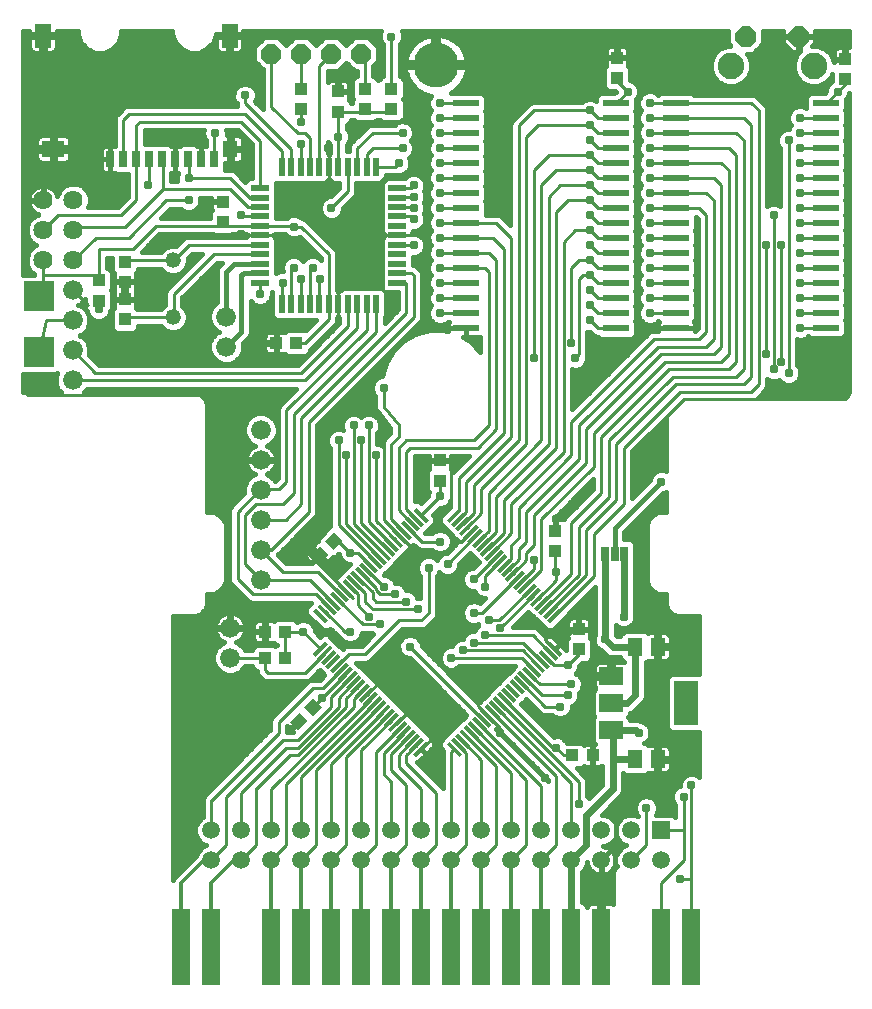
<source format=gtl>
G75*
%MOIN*%
%OFA0B0*%
%FSLAX24Y24*%
%IPPOS*%
%LPD*%
%AMOC8*
5,1,8,0,0,1.08239X$1,22.5*
%
%ADD10R,0.0600X0.2550*%
%ADD11R,0.0591X0.0138*%
%ADD12R,0.0138X0.0591*%
%ADD13R,0.0866X0.0236*%
%ADD14R,0.0551X0.0787*%
%ADD15R,0.0504X0.0551*%
%ADD16R,0.0768X0.0551*%
%ADD17R,0.0276X0.0551*%
%ADD18R,0.0591X0.0197*%
%ADD19R,0.0197X0.0591*%
%ADD20R,0.0790X0.0590*%
%ADD21R,0.0790X0.1500*%
%ADD22C,0.0640*%
%ADD23C,0.0660*%
%ADD24R,0.0250X0.0500*%
%ADD25R,0.0394X0.0433*%
%ADD26OC8,0.0700*%
%ADD27C,0.0885*%
%ADD28C,0.0520*%
%ADD29R,0.0594X0.0594*%
%ADD30C,0.0594*%
%ADD31R,0.0512X0.0591*%
%ADD32R,0.1000X0.1000*%
%ADD33R,0.0433X0.0394*%
%ADD34OC8,0.0660*%
%ADD35C,0.0160*%
%ADD36C,0.0310*%
%ADD37C,0.0100*%
%ADD38C,0.1502*%
%ADD39C,0.0320*%
%ADD40C,0.0120*%
%ADD41C,0.0240*%
D10*
X005930Y003800D03*
X006930Y003800D03*
X008930Y003800D03*
X009930Y003800D03*
X010930Y003800D03*
X011930Y003800D03*
X012930Y003800D03*
X013930Y003800D03*
X014930Y003800D03*
X015930Y003800D03*
X016930Y003800D03*
X017930Y003800D03*
X018930Y003800D03*
X019930Y003800D03*
X021930Y003800D03*
X022930Y003800D03*
D11*
G36*
X013657Y010224D02*
X014073Y010640D01*
X014171Y010542D01*
X013755Y010126D01*
X013657Y010224D01*
G37*
G36*
X013518Y010363D02*
X013934Y010779D01*
X014032Y010681D01*
X013616Y010265D01*
X013518Y010363D01*
G37*
G36*
X013379Y010502D02*
X013795Y010918D01*
X013893Y010820D01*
X013477Y010404D01*
X013379Y010502D01*
G37*
G36*
X013240Y010641D02*
X013656Y011057D01*
X013754Y010959D01*
X013338Y010543D01*
X013240Y010641D01*
G37*
G36*
X013101Y010781D02*
X013517Y011197D01*
X013615Y011099D01*
X013199Y010683D01*
X013101Y010781D01*
G37*
G36*
X012962Y010920D02*
X013378Y011336D01*
X013476Y011238D01*
X013060Y010822D01*
X012962Y010920D01*
G37*
G36*
X012822Y011059D02*
X013238Y011475D01*
X013336Y011377D01*
X012920Y010961D01*
X012822Y011059D01*
G37*
G36*
X012683Y011198D02*
X013099Y011614D01*
X013197Y011516D01*
X012781Y011100D01*
X012683Y011198D01*
G37*
G36*
X012544Y011337D02*
X012960Y011753D01*
X013058Y011655D01*
X012642Y011239D01*
X012544Y011337D01*
G37*
G36*
X012405Y011477D02*
X012821Y011893D01*
X012919Y011795D01*
X012503Y011379D01*
X012405Y011477D01*
G37*
G36*
X012266Y011616D02*
X012682Y012032D01*
X012780Y011934D01*
X012364Y011518D01*
X012266Y011616D01*
G37*
G36*
X012126Y011755D02*
X012542Y012171D01*
X012640Y012073D01*
X012224Y011657D01*
X012126Y011755D01*
G37*
G36*
X011987Y011894D02*
X012403Y012310D01*
X012501Y012212D01*
X012085Y011796D01*
X011987Y011894D01*
G37*
G36*
X011848Y012033D02*
X012264Y012449D01*
X012362Y012351D01*
X011946Y011935D01*
X011848Y012033D01*
G37*
G36*
X011709Y012173D02*
X012125Y012589D01*
X012223Y012491D01*
X011807Y012075D01*
X011709Y012173D01*
G37*
G36*
X011570Y012312D02*
X011986Y012728D01*
X012084Y012630D01*
X011668Y012214D01*
X011570Y012312D01*
G37*
G36*
X011430Y012451D02*
X011846Y012867D01*
X011944Y012769D01*
X011528Y012353D01*
X011430Y012451D01*
G37*
G36*
X011291Y012590D02*
X011707Y013006D01*
X011805Y012908D01*
X011389Y012492D01*
X011291Y012590D01*
G37*
G36*
X011152Y012729D02*
X011568Y013145D01*
X011666Y013047D01*
X011250Y012631D01*
X011152Y012729D01*
G37*
G36*
X011013Y012869D02*
X011429Y013285D01*
X011527Y013187D01*
X011111Y012771D01*
X011013Y012869D01*
G37*
G36*
X010874Y013008D02*
X011290Y013424D01*
X011388Y013326D01*
X010972Y012910D01*
X010874Y013008D01*
G37*
G36*
X010734Y013147D02*
X011150Y013563D01*
X011248Y013465D01*
X010832Y013049D01*
X010734Y013147D01*
G37*
G36*
X010595Y013286D02*
X011011Y013702D01*
X011109Y013604D01*
X010693Y013188D01*
X010595Y013286D01*
G37*
G36*
X010456Y013425D02*
X010872Y013841D01*
X010970Y013743D01*
X010554Y013327D01*
X010456Y013425D01*
G37*
G36*
X010317Y013565D02*
X010733Y013981D01*
X010831Y013883D01*
X010415Y013467D01*
X010317Y013565D01*
G37*
G36*
X014771Y018019D02*
X015187Y018435D01*
X015285Y018337D01*
X014869Y017921D01*
X014771Y018019D01*
G37*
G36*
X014910Y017880D02*
X015326Y018296D01*
X015424Y018198D01*
X015008Y017782D01*
X014910Y017880D01*
G37*
G36*
X015049Y017740D02*
X015465Y018156D01*
X015563Y018058D01*
X015147Y017642D01*
X015049Y017740D01*
G37*
G36*
X015189Y017601D02*
X015605Y018017D01*
X015703Y017919D01*
X015287Y017503D01*
X015189Y017601D01*
G37*
G36*
X015328Y017462D02*
X015744Y017878D01*
X015842Y017780D01*
X015426Y017364D01*
X015328Y017462D01*
G37*
G36*
X015467Y017323D02*
X015883Y017739D01*
X015981Y017641D01*
X015565Y017225D01*
X015467Y017323D01*
G37*
G36*
X015606Y017184D02*
X016022Y017600D01*
X016120Y017502D01*
X015704Y017086D01*
X015606Y017184D01*
G37*
G36*
X015745Y017044D02*
X016161Y017460D01*
X016259Y017362D01*
X015843Y016946D01*
X015745Y017044D01*
G37*
G36*
X015885Y016905D02*
X016301Y017321D01*
X016399Y017223D01*
X015983Y016807D01*
X015885Y016905D01*
G37*
G36*
X016024Y016766D02*
X016440Y017182D01*
X016538Y017084D01*
X016122Y016668D01*
X016024Y016766D01*
G37*
G36*
X016163Y016627D02*
X016579Y017043D01*
X016677Y016945D01*
X016261Y016529D01*
X016163Y016627D01*
G37*
G36*
X016302Y016488D02*
X016718Y016904D01*
X016816Y016806D01*
X016400Y016390D01*
X016302Y016488D01*
G37*
G36*
X016441Y016348D02*
X016857Y016764D01*
X016955Y016666D01*
X016539Y016250D01*
X016441Y016348D01*
G37*
G36*
X016581Y016209D02*
X016997Y016625D01*
X017095Y016527D01*
X016679Y016111D01*
X016581Y016209D01*
G37*
G36*
X016720Y016070D02*
X017136Y016486D01*
X017234Y016388D01*
X016818Y015972D01*
X016720Y016070D01*
G37*
G36*
X016859Y015931D02*
X017275Y016347D01*
X017373Y016249D01*
X016957Y015833D01*
X016859Y015931D01*
G37*
G36*
X016998Y015792D02*
X017414Y016208D01*
X017512Y016110D01*
X017096Y015694D01*
X016998Y015792D01*
G37*
G36*
X017137Y015652D02*
X017553Y016068D01*
X017651Y015970D01*
X017235Y015554D01*
X017137Y015652D01*
G37*
G36*
X017277Y015513D02*
X017693Y015929D01*
X017791Y015831D01*
X017375Y015415D01*
X017277Y015513D01*
G37*
G36*
X017416Y015374D02*
X017832Y015790D01*
X017930Y015692D01*
X017514Y015276D01*
X017416Y015374D01*
G37*
G36*
X017555Y015235D02*
X017971Y015651D01*
X018069Y015553D01*
X017653Y015137D01*
X017555Y015235D01*
G37*
G36*
X017694Y015096D02*
X018110Y015512D01*
X018208Y015414D01*
X017792Y014998D01*
X017694Y015096D01*
G37*
G36*
X017833Y014957D02*
X018249Y015373D01*
X018347Y015275D01*
X017931Y014859D01*
X017833Y014957D01*
G37*
G36*
X017973Y014817D02*
X018389Y015233D01*
X018487Y015135D01*
X018071Y014719D01*
X017973Y014817D01*
G37*
G36*
X018112Y014678D02*
X018528Y015094D01*
X018626Y014996D01*
X018210Y014580D01*
X018112Y014678D01*
G37*
D12*
G36*
X018112Y013883D02*
X018210Y013981D01*
X018626Y013565D01*
X018528Y013467D01*
X018112Y013883D01*
G37*
G36*
X017973Y013743D02*
X018071Y013841D01*
X018487Y013425D01*
X018389Y013327D01*
X017973Y013743D01*
G37*
G36*
X017833Y013604D02*
X017931Y013702D01*
X018347Y013286D01*
X018249Y013188D01*
X017833Y013604D01*
G37*
G36*
X017694Y013465D02*
X017792Y013563D01*
X018208Y013147D01*
X018110Y013049D01*
X017694Y013465D01*
G37*
G36*
X017555Y013326D02*
X017653Y013424D01*
X018069Y013008D01*
X017971Y012910D01*
X017555Y013326D01*
G37*
G36*
X017416Y013187D02*
X017514Y013285D01*
X017930Y012869D01*
X017832Y012771D01*
X017416Y013187D01*
G37*
G36*
X017277Y013047D02*
X017375Y013145D01*
X017791Y012729D01*
X017693Y012631D01*
X017277Y013047D01*
G37*
G36*
X017137Y012908D02*
X017235Y013006D01*
X017651Y012590D01*
X017553Y012492D01*
X017137Y012908D01*
G37*
G36*
X016998Y012769D02*
X017096Y012867D01*
X017512Y012451D01*
X017414Y012353D01*
X016998Y012769D01*
G37*
G36*
X016859Y012630D02*
X016957Y012728D01*
X017373Y012312D01*
X017275Y012214D01*
X016859Y012630D01*
G37*
G36*
X016720Y012491D02*
X016818Y012589D01*
X017234Y012173D01*
X017136Y012075D01*
X016720Y012491D01*
G37*
G36*
X016581Y012351D02*
X016679Y012449D01*
X017095Y012033D01*
X016997Y011935D01*
X016581Y012351D01*
G37*
G36*
X016441Y012212D02*
X016539Y012310D01*
X016955Y011894D01*
X016857Y011796D01*
X016441Y012212D01*
G37*
G36*
X016302Y012073D02*
X016400Y012171D01*
X016816Y011755D01*
X016718Y011657D01*
X016302Y012073D01*
G37*
G36*
X016163Y011934D02*
X016261Y012032D01*
X016677Y011616D01*
X016579Y011518D01*
X016163Y011934D01*
G37*
G36*
X016024Y011795D02*
X016122Y011893D01*
X016538Y011477D01*
X016440Y011379D01*
X016024Y011795D01*
G37*
G36*
X015885Y011655D02*
X015983Y011753D01*
X016399Y011337D01*
X016301Y011239D01*
X015885Y011655D01*
G37*
G36*
X015745Y011516D02*
X015843Y011614D01*
X016259Y011198D01*
X016161Y011100D01*
X015745Y011516D01*
G37*
G36*
X015606Y011377D02*
X015704Y011475D01*
X016120Y011059D01*
X016022Y010961D01*
X015606Y011377D01*
G37*
G36*
X015467Y011238D02*
X015565Y011336D01*
X015981Y010920D01*
X015883Y010822D01*
X015467Y011238D01*
G37*
G36*
X015328Y011099D02*
X015426Y011197D01*
X015842Y010781D01*
X015744Y010683D01*
X015328Y011099D01*
G37*
G36*
X015189Y010959D02*
X015287Y011057D01*
X015703Y010641D01*
X015605Y010543D01*
X015189Y010959D01*
G37*
G36*
X015049Y010820D02*
X015147Y010918D01*
X015563Y010502D01*
X015465Y010404D01*
X015049Y010820D01*
G37*
G36*
X014910Y010681D02*
X015008Y010779D01*
X015424Y010363D01*
X015326Y010265D01*
X014910Y010681D01*
G37*
G36*
X014771Y010542D02*
X014869Y010640D01*
X015285Y010224D01*
X015187Y010126D01*
X014771Y010542D01*
G37*
G36*
X010734Y015414D02*
X010832Y015512D01*
X011248Y015096D01*
X011150Y014998D01*
X010734Y015414D01*
G37*
G36*
X010595Y015275D02*
X010693Y015373D01*
X011109Y014957D01*
X011011Y014859D01*
X010595Y015275D01*
G37*
G36*
X010456Y015135D02*
X010554Y015233D01*
X010970Y014817D01*
X010872Y014719D01*
X010456Y015135D01*
G37*
G36*
X010317Y014996D02*
X010415Y015094D01*
X010831Y014678D01*
X010733Y014580D01*
X010317Y014996D01*
G37*
G36*
X010874Y015553D02*
X010972Y015651D01*
X011388Y015235D01*
X011290Y015137D01*
X010874Y015553D01*
G37*
G36*
X011013Y015692D02*
X011111Y015790D01*
X011527Y015374D01*
X011429Y015276D01*
X011013Y015692D01*
G37*
G36*
X011152Y015831D02*
X011250Y015929D01*
X011666Y015513D01*
X011568Y015415D01*
X011152Y015831D01*
G37*
G36*
X011291Y015970D02*
X011389Y016068D01*
X011805Y015652D01*
X011707Y015554D01*
X011291Y015970D01*
G37*
G36*
X011430Y016110D02*
X011528Y016208D01*
X011944Y015792D01*
X011846Y015694D01*
X011430Y016110D01*
G37*
G36*
X011570Y016249D02*
X011668Y016347D01*
X012084Y015931D01*
X011986Y015833D01*
X011570Y016249D01*
G37*
G36*
X011709Y016388D02*
X011807Y016486D01*
X012223Y016070D01*
X012125Y015972D01*
X011709Y016388D01*
G37*
G36*
X011848Y016527D02*
X011946Y016625D01*
X012362Y016209D01*
X012264Y016111D01*
X011848Y016527D01*
G37*
G36*
X011987Y016666D02*
X012085Y016764D01*
X012501Y016348D01*
X012403Y016250D01*
X011987Y016666D01*
G37*
G36*
X012126Y016806D02*
X012224Y016904D01*
X012640Y016488D01*
X012542Y016390D01*
X012126Y016806D01*
G37*
G36*
X012266Y016945D02*
X012364Y017043D01*
X012780Y016627D01*
X012682Y016529D01*
X012266Y016945D01*
G37*
G36*
X012405Y017084D02*
X012503Y017182D01*
X012919Y016766D01*
X012821Y016668D01*
X012405Y017084D01*
G37*
G36*
X012544Y017223D02*
X012642Y017321D01*
X013058Y016905D01*
X012960Y016807D01*
X012544Y017223D01*
G37*
G36*
X012683Y017362D02*
X012781Y017460D01*
X013197Y017044D01*
X013099Y016946D01*
X012683Y017362D01*
G37*
G36*
X012822Y017502D02*
X012920Y017600D01*
X013336Y017184D01*
X013238Y017086D01*
X012822Y017502D01*
G37*
G36*
X012962Y017641D02*
X013060Y017739D01*
X013476Y017323D01*
X013378Y017225D01*
X012962Y017641D01*
G37*
G36*
X013101Y017780D02*
X013199Y017878D01*
X013615Y017462D01*
X013517Y017364D01*
X013101Y017780D01*
G37*
G36*
X013240Y017919D02*
X013338Y018017D01*
X013754Y017601D01*
X013656Y017503D01*
X013240Y017919D01*
G37*
G36*
X013379Y018058D02*
X013477Y018156D01*
X013893Y017740D01*
X013795Y017642D01*
X013379Y018058D01*
G37*
G36*
X013518Y018198D02*
X013616Y018296D01*
X014032Y017880D01*
X013934Y017782D01*
X013518Y018198D01*
G37*
G36*
X013657Y018337D02*
X013755Y018435D01*
X014171Y018019D01*
X014073Y017921D01*
X013657Y018337D01*
G37*
D13*
X015429Y024413D03*
X015429Y024913D03*
X015429Y025413D03*
X015429Y025913D03*
X015429Y026413D03*
X015429Y026913D03*
X015429Y027413D03*
X015429Y027913D03*
X015429Y028413D03*
X015429Y028913D03*
X015429Y029413D03*
X015429Y029913D03*
X015429Y030413D03*
X015429Y030913D03*
X015429Y031413D03*
X015429Y031913D03*
X020431Y031913D03*
X020431Y031413D03*
X020431Y030913D03*
X020431Y030413D03*
X020431Y029913D03*
X020431Y029413D03*
X020431Y028913D03*
X020431Y028413D03*
X020431Y027913D03*
X020431Y027413D03*
X020431Y026913D03*
X020431Y026413D03*
X020431Y025913D03*
X020431Y025413D03*
X020431Y024913D03*
X020431Y024413D03*
X022429Y024425D03*
X022429Y024925D03*
X022429Y025425D03*
X022429Y025925D03*
X022429Y026425D03*
X022429Y026925D03*
X022429Y027425D03*
X022429Y027925D03*
X022429Y028425D03*
X022429Y028925D03*
X022429Y029425D03*
X022429Y029925D03*
X022429Y030425D03*
X022429Y030925D03*
X022429Y031425D03*
X022429Y031925D03*
X027431Y031925D03*
X027431Y031425D03*
X027431Y030925D03*
X027431Y030425D03*
X027431Y029925D03*
X027431Y029425D03*
X027431Y028925D03*
X027431Y028425D03*
X027431Y027925D03*
X027431Y027425D03*
X027431Y026925D03*
X027431Y026425D03*
X027431Y025925D03*
X027431Y025425D03*
X027431Y024925D03*
X027431Y024425D03*
D14*
X007540Y034172D03*
X001320Y034172D03*
D15*
X007564Y030393D03*
D16*
X001664Y030393D03*
D17*
X003564Y030050D03*
X003997Y030050D03*
X004430Y030050D03*
X004863Y030050D03*
X005296Y030050D03*
X005729Y030050D03*
X006162Y030050D03*
X006595Y030050D03*
X007028Y030050D03*
D18*
X008569Y029086D03*
X008569Y028771D03*
X008569Y028456D03*
X008569Y028141D03*
X008569Y027826D03*
X008569Y027511D03*
X008569Y027196D03*
X008569Y026881D03*
X008569Y026567D03*
X008569Y026252D03*
X008569Y025937D03*
X013136Y025937D03*
X013136Y026252D03*
X013136Y026567D03*
X013136Y026881D03*
X013136Y027196D03*
X013136Y027511D03*
X013136Y027826D03*
X013136Y028141D03*
X013136Y028456D03*
X013136Y028771D03*
X013136Y029086D03*
D19*
X012427Y029795D03*
X012112Y029795D03*
X011797Y029795D03*
X011482Y029795D03*
X011167Y029795D03*
X010852Y029795D03*
X010537Y029795D03*
X010222Y029795D03*
X009907Y029795D03*
X009592Y029795D03*
X009277Y029795D03*
X009277Y025228D03*
X009592Y025228D03*
X009907Y025228D03*
X010222Y025228D03*
X010537Y025228D03*
X010852Y025228D03*
X011167Y025228D03*
X011482Y025228D03*
X011797Y025228D03*
X012112Y025228D03*
X012427Y025228D03*
D20*
X020265Y012815D03*
X020265Y011915D03*
X020265Y011015D03*
D21*
X022745Y011925D03*
D22*
X002330Y026675D03*
X002330Y027675D03*
X002330Y028675D03*
X001330Y028675D03*
X001330Y027675D03*
X001330Y026675D03*
D23*
X002305Y025675D03*
X002305Y024675D03*
X002305Y023675D03*
X002305Y022675D03*
X007430Y023800D03*
X007430Y024800D03*
X008580Y021025D03*
X008580Y020025D03*
X008580Y019025D03*
X008580Y018025D03*
X008580Y017025D03*
X008580Y016025D03*
X007555Y014425D03*
X007555Y013425D03*
D24*
X020060Y016900D03*
X020380Y016900D03*
X020700Y016900D03*
D25*
X019180Y014385D03*
X019180Y013715D03*
X018393Y017002D03*
X018393Y017671D03*
X014555Y019340D03*
X014555Y020010D03*
X009390Y013425D03*
X008720Y013425D03*
X004055Y024715D03*
X004055Y025385D03*
X004055Y025965D03*
X004055Y026635D03*
X007305Y027965D03*
X007305Y028635D03*
X011155Y031640D03*
X011155Y032310D03*
X020455Y032765D03*
X020455Y033435D03*
X028055Y033385D03*
X028055Y032715D03*
D26*
X026520Y034140D03*
X024740Y034140D03*
D27*
X024250Y033160D03*
X027010Y033160D03*
D28*
X005655Y026675D03*
X005655Y024775D03*
D29*
X021930Y007675D03*
D30*
X021930Y006675D03*
X020930Y006675D03*
X020930Y007675D03*
X019930Y007675D03*
X019930Y006675D03*
X018930Y006675D03*
X018930Y007675D03*
X017930Y007675D03*
X017930Y006675D03*
X016930Y006675D03*
X016930Y007675D03*
X015930Y007675D03*
X015930Y006675D03*
X014930Y006675D03*
X014930Y007675D03*
X013930Y007675D03*
X013930Y006675D03*
X012930Y006675D03*
X012930Y007675D03*
X011930Y007675D03*
X011930Y006675D03*
X010930Y006675D03*
X010930Y007675D03*
X009930Y007675D03*
X009930Y006675D03*
X008930Y006675D03*
X008930Y007675D03*
X007930Y007675D03*
X007930Y006675D03*
X006930Y006675D03*
X006930Y007675D03*
D31*
X021056Y010050D03*
X021804Y010050D03*
X021804Y013800D03*
X021056Y013800D03*
D32*
X001180Y023625D03*
X001180Y025475D03*
D33*
X003180Y025340D03*
X003180Y026010D03*
X009095Y023925D03*
X009765Y023925D03*
G36*
X010713Y017310D02*
X011018Y017615D01*
X011297Y017336D01*
X010992Y017031D01*
X010713Y017310D01*
G37*
G36*
X010240Y016837D02*
X010545Y017142D01*
X010824Y016863D01*
X010519Y016558D01*
X010240Y016837D01*
G37*
X009390Y014300D03*
X008720Y014300D03*
G36*
X010030Y011774D02*
X010335Y012079D01*
X010614Y011800D01*
X010309Y011495D01*
X010030Y011774D01*
G37*
G36*
X009557Y011300D02*
X009862Y011605D01*
X010141Y011326D01*
X009836Y011021D01*
X009557Y011300D01*
G37*
X018970Y010175D03*
X019640Y010175D03*
X012930Y031715D03*
X012930Y032385D03*
X012055Y032385D03*
X012055Y031715D03*
X009930Y031715D03*
X009930Y032385D03*
D34*
X009930Y033550D03*
X010930Y033550D03*
X011930Y033550D03*
X008930Y033550D03*
D35*
X005660Y014820D02*
X005660Y006031D01*
X005684Y006089D01*
X006423Y006828D01*
X006483Y006973D01*
X006632Y007122D01*
X006760Y007175D01*
X006632Y007228D01*
X006483Y007377D01*
X006403Y007570D01*
X006403Y007780D01*
X006483Y007973D01*
X006632Y008122D01*
X006650Y008129D01*
X006650Y008744D01*
X006693Y008846D01*
X006771Y008925D01*
X006793Y008934D01*
X008900Y011041D01*
X008900Y011356D01*
X008943Y011459D01*
X009021Y011537D01*
X010143Y012659D01*
X010109Y012645D01*
X008749Y012645D01*
X008646Y012688D01*
X008483Y012851D01*
X008440Y012954D01*
X008440Y012978D01*
X008428Y012978D01*
X008294Y013113D01*
X008294Y013145D01*
X008045Y013145D01*
X008030Y013108D01*
X007872Y012950D01*
X007666Y012865D01*
X007444Y012865D01*
X007238Y012950D01*
X007080Y013108D01*
X006995Y013314D01*
X006995Y013536D01*
X007080Y013742D01*
X007238Y013900D01*
X007362Y013951D01*
X007359Y013952D01*
X007288Y013989D01*
X007223Y014036D01*
X007166Y014093D01*
X007119Y014158D01*
X007082Y014229D01*
X007058Y014306D01*
X007045Y014385D01*
X007045Y014407D01*
X007537Y014407D01*
X007537Y014443D01*
X007045Y014443D01*
X007045Y014465D01*
X007058Y014544D01*
X007082Y014621D01*
X007119Y014692D01*
X007166Y014757D01*
X007223Y014814D01*
X007288Y014861D01*
X007359Y014898D01*
X007436Y014922D01*
X007515Y014935D01*
X007537Y014935D01*
X007537Y014443D01*
X007573Y014443D01*
X008065Y014443D01*
X008065Y014465D01*
X008052Y014544D01*
X008028Y014621D01*
X007991Y014692D01*
X007944Y014757D01*
X007887Y014814D01*
X007822Y014861D01*
X007751Y014898D01*
X007674Y014922D01*
X007595Y014935D01*
X007573Y014935D01*
X007573Y014443D01*
X007573Y014407D01*
X008065Y014407D01*
X008065Y014385D01*
X008052Y014306D01*
X008028Y014229D01*
X007991Y014158D01*
X007944Y014093D01*
X007887Y014036D01*
X007822Y013989D01*
X007751Y013952D01*
X007748Y013951D01*
X007872Y013900D01*
X008030Y013742D01*
X008045Y013705D01*
X008294Y013705D01*
X008294Y013737D01*
X008428Y013872D01*
X009012Y013872D01*
X009055Y013829D01*
X009098Y013872D01*
X009110Y013872D01*
X009110Y013873D01*
X009078Y013873D01*
X009012Y013939D01*
X009006Y013935D01*
X008961Y013923D01*
X008739Y013923D01*
X008739Y014282D01*
X008702Y014282D01*
X008324Y014282D01*
X008324Y014079D01*
X008336Y014034D01*
X008360Y013993D01*
X008393Y013959D01*
X008434Y013935D01*
X008480Y013923D01*
X008702Y013923D01*
X008702Y014282D01*
X008702Y014318D01*
X008324Y014318D01*
X008324Y014521D01*
X008336Y014566D01*
X008360Y014607D01*
X008393Y014641D01*
X008434Y014665D01*
X008480Y014677D01*
X008702Y014677D01*
X008702Y014318D01*
X008739Y014318D01*
X008739Y014677D01*
X008961Y014677D01*
X009006Y014665D01*
X009012Y014661D01*
X009078Y014727D01*
X009701Y014727D01*
X009795Y014633D01*
X009921Y014685D01*
X010074Y014685D01*
X010215Y014626D01*
X010324Y014518D01*
X010382Y014377D01*
X010382Y014311D01*
X010560Y014133D01*
X010639Y014211D01*
X010829Y014211D01*
X010968Y014072D01*
X010968Y014072D01*
X011200Y013840D01*
X011200Y013840D01*
X011247Y013794D01*
X011304Y013736D01*
X011355Y013787D01*
X011458Y013830D01*
X011939Y013830D01*
X012335Y014226D01*
X012291Y014270D01*
X011940Y014270D01*
X011940Y014223D01*
X011881Y014082D01*
X011773Y013974D01*
X011632Y013915D01*
X011478Y013915D01*
X011337Y013974D01*
X011260Y014050D01*
X011231Y014063D01*
X011152Y014141D01*
X010886Y014407D01*
X010829Y014350D01*
X010639Y014350D01*
X010086Y014902D01*
X010086Y015092D01*
X010264Y015270D01*
X008249Y015270D01*
X008146Y015313D01*
X007646Y015813D01*
X007568Y015891D01*
X007525Y015994D01*
X007525Y018356D01*
X007568Y018459D01*
X008021Y018912D01*
X008020Y018914D01*
X008020Y019136D01*
X008105Y019342D01*
X008263Y019500D01*
X008387Y019551D01*
X008384Y019552D01*
X008313Y019589D01*
X008248Y019636D01*
X008191Y019693D01*
X008144Y019758D01*
X008107Y019829D01*
X008083Y019906D01*
X008070Y019985D01*
X008070Y020007D01*
X008562Y020007D01*
X008562Y020043D01*
X008070Y020043D01*
X008070Y020065D01*
X008083Y020144D01*
X008107Y020221D01*
X008144Y020292D01*
X008191Y020357D01*
X008248Y020414D01*
X008313Y020461D01*
X008384Y020498D01*
X008387Y020499D01*
X008263Y020550D01*
X008105Y020708D01*
X008020Y020914D01*
X008020Y021136D01*
X008105Y021342D01*
X008263Y021500D01*
X008469Y021585D01*
X008691Y021585D01*
X008897Y021500D01*
X009055Y021342D01*
X009140Y021136D01*
X009140Y020914D01*
X009055Y020708D01*
X008897Y020550D01*
X008773Y020499D01*
X008776Y020498D01*
X008847Y020461D01*
X008912Y020414D01*
X008969Y020357D01*
X009016Y020292D01*
X009053Y020221D01*
X009077Y020144D01*
X009090Y020065D01*
X009090Y020043D01*
X008598Y020043D01*
X008598Y020007D01*
X009090Y020007D01*
X009090Y019985D01*
X009077Y019906D01*
X009053Y019829D01*
X009016Y019758D01*
X008969Y019693D01*
X008912Y019636D01*
X008847Y019589D01*
X008776Y019552D01*
X008773Y019551D01*
X008897Y019500D01*
X009055Y019342D01*
X009060Y019330D01*
X009064Y019330D01*
X009150Y019416D01*
X009150Y021731D01*
X009193Y021834D01*
X009271Y021912D01*
X009754Y022395D01*
X002795Y022395D01*
X002780Y022358D01*
X002702Y022280D01*
X006400Y022280D01*
X006577Y022207D01*
X006712Y022072D01*
X006785Y021895D01*
X006785Y018280D01*
X007025Y018280D01*
X007202Y018207D01*
X007337Y018072D01*
X007410Y017895D01*
X007410Y015955D01*
X007337Y015778D01*
X007202Y015643D01*
X007025Y015570D01*
X006785Y015570D01*
X006785Y015205D01*
X006712Y015028D01*
X006577Y014893D01*
X006400Y014820D01*
X005660Y014820D01*
X005660Y014663D02*
X007104Y014663D01*
X007051Y014505D02*
X005660Y014505D01*
X005660Y014346D02*
X007051Y014346D01*
X007104Y014188D02*
X005660Y014188D01*
X005660Y014029D02*
X007232Y014029D01*
X007209Y013871D02*
X005660Y013871D01*
X005660Y013712D02*
X007068Y013712D01*
X007002Y013554D02*
X005660Y013554D01*
X005660Y013395D02*
X006995Y013395D01*
X007027Y013237D02*
X005660Y013237D01*
X005660Y013078D02*
X007110Y013078D01*
X007312Y012920D02*
X005660Y012920D01*
X005660Y012761D02*
X008573Y012761D01*
X008455Y012920D02*
X007798Y012920D01*
X008000Y013078D02*
X008329Y013078D01*
X008294Y013712D02*
X008042Y013712D01*
X007901Y013871D02*
X008427Y013871D01*
X008339Y014029D02*
X007878Y014029D01*
X008006Y014188D02*
X008324Y014188D01*
X008324Y014346D02*
X008059Y014346D01*
X008059Y014505D02*
X008324Y014505D01*
X008432Y014663D02*
X008006Y014663D01*
X007877Y014822D02*
X010167Y014822D01*
X010127Y014663D02*
X010325Y014663D01*
X010329Y014505D02*
X010484Y014505D01*
X010382Y014346D02*
X010947Y014346D01*
X010853Y014188D02*
X011106Y014188D01*
X011011Y014029D02*
X011282Y014029D01*
X011170Y013871D02*
X011980Y013871D01*
X011828Y014029D02*
X012138Y014029D01*
X012297Y014188D02*
X011925Y014188D01*
X012454Y013554D02*
X013257Y013554D01*
X013229Y013582D02*
X013337Y013474D01*
X013478Y013415D01*
X013549Y013415D01*
X015433Y011531D01*
X015376Y011473D01*
X015236Y011334D01*
X015190Y011288D01*
X014958Y011056D01*
X014958Y011056D01*
X014819Y010917D01*
X014680Y010777D01*
X014541Y010638D01*
X014541Y010448D01*
X014650Y010338D01*
X014650Y009101D01*
X014589Y009162D01*
X013800Y009951D01*
X013824Y009958D01*
X013865Y009981D01*
X014090Y010207D01*
X013987Y010311D01*
X014090Y010207D01*
X014316Y010432D01*
X014340Y010473D01*
X014352Y010519D01*
X014352Y010567D01*
X014340Y010612D01*
X014316Y010653D01*
X014263Y010707D01*
X014263Y010777D01*
X014031Y011010D01*
X013984Y011056D01*
X013752Y011288D01*
X013613Y011427D01*
X013474Y011566D01*
X013428Y011566D01*
X013428Y011613D01*
X013288Y011752D01*
X013056Y011984D01*
X012917Y012123D01*
X012778Y012262D01*
X012639Y012402D01*
X012499Y012541D01*
X012453Y012541D01*
X012453Y012587D01*
X012221Y012819D01*
X012082Y012958D01*
X011943Y013098D01*
X011803Y013237D01*
X011770Y013270D01*
X012111Y013270D01*
X012214Y013313D01*
X013296Y014395D01*
X013986Y014395D01*
X014089Y014438D01*
X014339Y014688D01*
X014417Y014766D01*
X014460Y014869D01*
X014460Y016161D01*
X014506Y016207D01*
X014535Y016276D01*
X014587Y016224D01*
X014728Y016165D01*
X014882Y016165D01*
X015023Y016224D01*
X015131Y016332D01*
X015190Y016473D01*
X015190Y016552D01*
X015551Y016912D01*
X015608Y016855D01*
X015747Y016716D01*
X015848Y016614D01*
X015669Y016435D01*
X015603Y016435D01*
X015462Y016376D01*
X015354Y016268D01*
X015295Y016127D01*
X015295Y015973D01*
X015354Y015832D01*
X015462Y015724D01*
X015603Y015665D01*
X015694Y015665D01*
X015729Y015582D01*
X015837Y015474D01*
X015978Y015415D01*
X016045Y015415D01*
X015886Y015256D01*
X015757Y015310D01*
X015603Y015310D01*
X015462Y015251D01*
X015354Y015143D01*
X015295Y015002D01*
X015295Y014848D01*
X015354Y014707D01*
X015462Y014599D01*
X015603Y014540D01*
X015757Y014540D01*
X015810Y014562D01*
X015836Y014500D01*
X015729Y014393D01*
X015694Y014310D01*
X015603Y014310D01*
X015462Y014251D01*
X015354Y014143D01*
X015319Y014060D01*
X015228Y014060D01*
X015087Y014001D01*
X014979Y013893D01*
X014944Y013810D01*
X014853Y013810D01*
X014712Y013751D01*
X014604Y013643D01*
X014545Y013502D01*
X014545Y013348D01*
X014604Y013207D01*
X014712Y013099D01*
X014853Y013040D01*
X015007Y013040D01*
X015148Y013099D01*
X015194Y013145D01*
X017047Y013145D01*
X017046Y013144D01*
X016907Y013005D01*
X016768Y012865D01*
X016628Y012726D01*
X016489Y012587D01*
X016350Y012448D01*
X016211Y012309D01*
X016072Y012169D01*
X015932Y012030D01*
X015829Y011927D01*
X013940Y013816D01*
X013940Y013877D01*
X013881Y014018D01*
X013773Y014126D01*
X013632Y014185D01*
X013478Y014185D01*
X013337Y014126D01*
X013229Y014018D01*
X013170Y013877D01*
X013170Y013723D01*
X013229Y013582D01*
X013175Y013712D02*
X012613Y013712D01*
X012771Y013871D02*
X013170Y013871D01*
X013240Y014029D02*
X012930Y014029D01*
X013088Y014188D02*
X015398Y014188D01*
X015154Y014029D02*
X013870Y014029D01*
X013940Y013871D02*
X014969Y013871D01*
X014673Y013712D02*
X014044Y013712D01*
X014202Y013554D02*
X014567Y013554D01*
X014545Y013395D02*
X014361Y013395D01*
X014519Y013237D02*
X014591Y013237D01*
X014678Y013078D02*
X014762Y013078D01*
X014836Y012920D02*
X016822Y012920D01*
X016980Y013078D02*
X015098Y013078D01*
X014995Y012761D02*
X016663Y012761D01*
X016505Y012603D02*
X015153Y012603D01*
X015312Y012444D02*
X016346Y012444D01*
X016188Y012286D02*
X015470Y012286D01*
X015629Y012127D02*
X016029Y012127D01*
X015871Y011969D02*
X015787Y011969D01*
X015312Y011652D02*
X013389Y011652D01*
X013288Y011752D02*
X013288Y011752D01*
X013230Y011810D02*
X015154Y011810D01*
X014995Y011969D02*
X013072Y011969D01*
X013056Y011984D02*
X013056Y011984D01*
X012913Y012127D02*
X014837Y012127D01*
X014678Y012286D02*
X012755Y012286D01*
X012596Y012444D02*
X014520Y012444D01*
X014361Y012603D02*
X012438Y012603D01*
X012279Y012761D02*
X014203Y012761D01*
X014044Y012920D02*
X012121Y012920D01*
X011962Y013078D02*
X013886Y013078D01*
X013727Y013237D02*
X011804Y013237D01*
X012296Y013395D02*
X013569Y013395D01*
X013247Y014346D02*
X015709Y014346D01*
X015834Y014505D02*
X014155Y014505D01*
X014314Y014663D02*
X015398Y014663D01*
X015306Y014822D02*
X014440Y014822D01*
X014460Y014980D02*
X015295Y014980D01*
X015352Y015139D02*
X014460Y015139D01*
X014460Y015297D02*
X015572Y015297D01*
X015788Y015297D02*
X015927Y015297D01*
X015881Y015456D02*
X014460Y015456D01*
X014460Y015614D02*
X015715Y015614D01*
X015413Y015773D02*
X014460Y015773D01*
X014460Y015931D02*
X015313Y015931D01*
X015295Y016090D02*
X014460Y016090D01*
X014523Y016248D02*
X014563Y016248D01*
X014450Y016699D02*
X014398Y016751D01*
X014257Y016810D01*
X014103Y016810D01*
X013962Y016751D01*
X013854Y016643D01*
X013795Y016502D01*
X013795Y016348D01*
X013854Y016207D01*
X013900Y016161D01*
X013900Y015427D01*
X013882Y015435D01*
X013791Y015435D01*
X013756Y015518D01*
X013648Y015626D01*
X013507Y015685D01*
X013416Y015685D01*
X013381Y015768D01*
X013273Y015876D01*
X013132Y015935D01*
X013041Y015935D01*
X013006Y016018D01*
X012898Y016126D01*
X012757Y016185D01*
X012684Y016185D01*
X012674Y016195D01*
X012871Y016391D01*
X012871Y016391D01*
X013010Y016530D01*
X013056Y016577D01*
X013056Y016577D01*
X013288Y016809D01*
X013335Y016855D01*
X013567Y017087D01*
X013567Y017133D01*
X013613Y017133D01*
X013670Y017191D01*
X013720Y017141D01*
X013799Y017063D01*
X013901Y017020D01*
X014291Y017020D01*
X014337Y016974D01*
X014478Y016915D01*
X014632Y016915D01*
X014773Y016974D01*
X014881Y017082D01*
X014940Y017223D01*
X014940Y017377D01*
X014881Y017518D01*
X014773Y017626D01*
X014632Y017685D01*
X014478Y017685D01*
X014337Y017626D01*
X014291Y017580D01*
X014073Y017580D01*
X014066Y017587D01*
X014263Y017783D01*
X014263Y017783D01*
X014402Y017922D01*
X014402Y018113D01*
X014324Y018191D01*
X014566Y018433D01*
X014632Y018433D01*
X014773Y018492D01*
X014881Y018600D01*
X014900Y018645D01*
X014900Y018472D01*
X014541Y018113D01*
X014541Y017922D01*
X014680Y017783D01*
X014912Y017551D01*
X014958Y017505D01*
X014958Y017505D01*
X015155Y017308D01*
X014781Y016935D01*
X014728Y016935D01*
X014587Y016876D01*
X014479Y016768D01*
X014450Y016699D01*
X014460Y016724D02*
X014426Y016724D01*
X014601Y016882D02*
X013362Y016882D01*
X013335Y016855D02*
X013335Y016855D01*
X013288Y016809D02*
X013288Y016809D01*
X013203Y016724D02*
X013934Y016724D01*
X013821Y016565D02*
X013045Y016565D01*
X012886Y016407D02*
X013795Y016407D01*
X013837Y016248D02*
X012728Y016248D01*
X012935Y016090D02*
X013900Y016090D01*
X013900Y015931D02*
X013141Y015931D01*
X013377Y015773D02*
X013900Y015773D01*
X013900Y015614D02*
X013660Y015614D01*
X013782Y015456D02*
X013900Y015456D01*
X015047Y016248D02*
X015345Y016248D01*
X015162Y016407D02*
X015535Y016407D01*
X015799Y016565D02*
X015203Y016565D01*
X015362Y016724D02*
X015739Y016724D01*
X015608Y016855D02*
X015608Y016855D01*
X015581Y016882D02*
X015520Y016882D01*
X015045Y017199D02*
X014930Y017199D01*
X014940Y017358D02*
X015105Y017358D01*
X014947Y017516D02*
X014882Y017516D01*
X014912Y017551D02*
X014912Y017551D01*
X014788Y017675D02*
X014657Y017675D01*
X014680Y017783D02*
X014680Y017783D01*
X014630Y017833D02*
X014313Y017833D01*
X014402Y017992D02*
X014541Y017992D01*
X014578Y018150D02*
X014365Y018150D01*
X014441Y018309D02*
X014736Y018309D01*
X014713Y018467D02*
X014895Y018467D01*
X014892Y018626D02*
X014900Y018626D01*
X014170Y018829D02*
X013928Y018587D01*
X013850Y018665D01*
X013710Y018665D01*
X013710Y020145D01*
X014178Y020145D01*
X014178Y020028D01*
X014537Y020028D01*
X014537Y019991D01*
X014178Y019991D01*
X014178Y019769D01*
X014190Y019724D01*
X014194Y019718D01*
X014128Y019652D01*
X014128Y019029D01*
X014197Y018960D01*
X014170Y018895D01*
X014170Y018829D01*
X014125Y018784D02*
X013710Y018784D01*
X013710Y018943D02*
X014190Y018943D01*
X014128Y019101D02*
X013710Y019101D01*
X013710Y019260D02*
X014128Y019260D01*
X014128Y019418D02*
X013710Y019418D01*
X013710Y019577D02*
X014128Y019577D01*
X014187Y019735D02*
X013710Y019735D01*
X013710Y019894D02*
X014178Y019894D01*
X014178Y020052D02*
X013710Y020052D01*
X014573Y020028D02*
X014932Y020028D01*
X014932Y020145D01*
X015504Y020145D01*
X014982Y019623D01*
X014982Y019652D01*
X014916Y019718D01*
X014920Y019724D01*
X014932Y019769D01*
X014932Y019991D01*
X014573Y019991D01*
X014573Y020028D01*
X014932Y020052D02*
X015411Y020052D01*
X015253Y019894D02*
X014932Y019894D01*
X014923Y019735D02*
X015094Y019735D01*
X013966Y018626D02*
X013889Y018626D01*
X014154Y017675D02*
X014453Y017675D01*
X014840Y017041D02*
X014887Y017041D01*
X013852Y017041D02*
X013520Y017041D01*
X011545Y016551D02*
X011339Y016345D01*
X011293Y016299D01*
X011293Y016299D01*
X011096Y016102D01*
X010707Y016492D01*
X010785Y016570D01*
X010532Y016824D01*
X010558Y016850D01*
X010811Y016597D01*
X010968Y016753D01*
X010992Y016794D01*
X010994Y016801D01*
X011086Y016801D01*
X011181Y016895D01*
X011181Y016859D01*
X011239Y016718D01*
X011348Y016609D01*
X011489Y016551D01*
X011545Y016551D01*
X011455Y016565D02*
X010780Y016565D01*
X010792Y016407D02*
X011400Y016407D01*
X011339Y016345D02*
X011339Y016345D01*
X011242Y016248D02*
X010951Y016248D01*
X010930Y016175D02*
X010180Y016925D01*
X010457Y016925D01*
X010532Y016850D01*
X010532Y016876D02*
X010506Y016850D01*
X010532Y016824D01*
X010288Y016580D01*
X009421Y016580D01*
X009138Y016862D01*
X009142Y016866D01*
X010417Y018141D01*
X010460Y018244D01*
X010460Y021184D01*
X013917Y024641D01*
X013960Y024744D01*
X013960Y026231D01*
X013917Y026334D01*
X013839Y026412D01*
X013762Y026489D01*
X013661Y026531D01*
X013661Y026790D01*
X013757Y026790D01*
X013898Y026849D01*
X014006Y026957D01*
X014065Y027098D01*
X014065Y027252D01*
X014006Y027393D01*
X013898Y027501D01*
X013757Y027560D01*
X013611Y027560D01*
X013611Y027583D01*
X013661Y027633D01*
X013661Y027665D01*
X013757Y027665D01*
X013898Y027724D01*
X014006Y027832D01*
X014065Y027973D01*
X014065Y028127D01*
X014019Y028237D01*
X014065Y028348D01*
X014065Y028502D01*
X014019Y028612D01*
X014065Y028723D01*
X014065Y028877D01*
X014019Y028987D01*
X014065Y029098D01*
X014065Y029252D01*
X014006Y029393D01*
X013898Y029501D01*
X013757Y029560D01*
X013603Y029560D01*
X013462Y029501D01*
X013375Y029415D01*
X012755Y029415D01*
X012755Y029515D01*
X013106Y029515D01*
X013166Y029540D01*
X013257Y029540D01*
X013398Y029599D01*
X013506Y029707D01*
X013565Y029848D01*
X013565Y030002D01*
X013524Y030100D01*
X013631Y030207D01*
X013690Y030348D01*
X013690Y030502D01*
X013631Y030643D01*
X013599Y030675D01*
X013631Y030707D01*
X013690Y030848D01*
X013690Y031002D01*
X013631Y031143D01*
X013523Y031251D01*
X013382Y031310D01*
X013263Y031310D01*
X013377Y031423D01*
X013377Y032007D01*
X013334Y032050D01*
X013377Y032093D01*
X013377Y032677D01*
X013242Y032811D01*
X013210Y032811D01*
X013210Y033876D01*
X013256Y033922D01*
X013315Y034063D01*
X013315Y034217D01*
X013272Y034320D01*
X024160Y034320D01*
X024160Y033900D01*
X024227Y033832D01*
X024116Y033832D01*
X023869Y033730D01*
X023680Y033541D01*
X023578Y033294D01*
X023578Y033026D01*
X023680Y032779D01*
X023869Y032590D01*
X024116Y032488D01*
X024384Y032488D01*
X024631Y032590D01*
X024820Y032779D01*
X024922Y033026D01*
X024922Y033294D01*
X024820Y033541D01*
X024801Y033560D01*
X024980Y033560D01*
X025320Y033900D01*
X025320Y034320D01*
X025990Y034320D01*
X025990Y034160D01*
X026500Y034160D01*
X026500Y034120D01*
X026540Y034120D01*
X026540Y034160D01*
X027050Y034160D01*
X027050Y034320D01*
X028200Y034320D01*
X028200Y033781D01*
X028073Y033781D01*
X028073Y033403D01*
X028037Y033403D01*
X028037Y033781D01*
X027834Y033781D01*
X027789Y033769D01*
X027748Y033745D01*
X027714Y033712D01*
X027690Y033671D01*
X027678Y033625D01*
X027678Y033403D01*
X028037Y033403D01*
X028037Y033366D01*
X027678Y033366D01*
X027653Y033366D01*
X027678Y033366D02*
X027678Y033304D01*
X027580Y033541D01*
X027391Y033730D01*
X027144Y033832D01*
X026962Y033832D01*
X027050Y033920D01*
X027050Y034120D01*
X026540Y034120D01*
X026540Y033641D01*
X026440Y033541D01*
X026338Y033294D01*
X026338Y033026D01*
X026440Y032779D01*
X026629Y032590D01*
X026876Y032488D01*
X027144Y032488D01*
X027391Y032590D01*
X027580Y032779D01*
X027628Y032895D01*
X027628Y032643D01*
X027587Y032626D01*
X027479Y032518D01*
X027420Y032377D01*
X027420Y032311D01*
X027382Y032273D01*
X026903Y032273D01*
X026768Y032138D01*
X026768Y031754D01*
X026632Y031810D01*
X026478Y031810D01*
X026337Y031751D01*
X026229Y031643D01*
X026170Y031502D01*
X026170Y031348D01*
X026229Y031207D01*
X026261Y031175D01*
X026229Y031143D01*
X026194Y031060D01*
X026103Y031060D01*
X025962Y031001D01*
X025854Y030893D01*
X025795Y030752D01*
X025795Y030598D01*
X025854Y030457D01*
X025900Y030411D01*
X025900Y028499D01*
X025898Y028501D01*
X025757Y028560D01*
X025603Y028560D01*
X025462Y028501D01*
X025460Y028499D01*
X025460Y031731D01*
X025417Y031834D01*
X025167Y032084D01*
X025089Y032162D01*
X024986Y032205D01*
X023025Y032205D01*
X022957Y032273D01*
X021901Y032273D01*
X021833Y032205D01*
X021819Y032205D01*
X021773Y032251D01*
X021632Y032310D01*
X021478Y032310D01*
X021337Y032251D01*
X021229Y032143D01*
X021170Y032002D01*
X021170Y031848D01*
X021229Y031707D01*
X021261Y031675D01*
X021229Y031643D01*
X021170Y031502D01*
X021170Y031348D01*
X021229Y031207D01*
X021261Y031175D01*
X021229Y031143D01*
X021170Y031002D01*
X021170Y030848D01*
X021229Y030707D01*
X021261Y030675D01*
X021229Y030643D01*
X021170Y030502D01*
X021170Y030348D01*
X021229Y030207D01*
X021261Y030175D01*
X021229Y030143D01*
X021170Y030002D01*
X021170Y029848D01*
X021229Y029707D01*
X021261Y029675D01*
X021229Y029643D01*
X021170Y029502D01*
X021170Y029348D01*
X021229Y029207D01*
X021261Y029175D01*
X021229Y029143D01*
X021170Y029002D01*
X021170Y028848D01*
X021229Y028707D01*
X021261Y028675D01*
X021229Y028643D01*
X021170Y028502D01*
X021170Y028348D01*
X021229Y028207D01*
X021261Y028175D01*
X021229Y028143D01*
X021170Y028002D01*
X021170Y027848D01*
X021229Y027707D01*
X021261Y027675D01*
X021229Y027643D01*
X021170Y027502D01*
X021170Y027348D01*
X021229Y027207D01*
X021261Y027175D01*
X021229Y027143D01*
X021170Y027002D01*
X021170Y026848D01*
X021229Y026707D01*
X021261Y026675D01*
X021229Y026643D01*
X021170Y026502D01*
X021170Y026348D01*
X021229Y026207D01*
X021261Y026175D01*
X021229Y026143D01*
X021170Y026002D01*
X021170Y025848D01*
X021229Y025707D01*
X021261Y025675D01*
X021229Y025643D01*
X021170Y025502D01*
X021170Y025348D01*
X021229Y025207D01*
X021261Y025175D01*
X021229Y025143D01*
X021170Y025002D01*
X021170Y024848D01*
X021229Y024707D01*
X021337Y024599D01*
X021478Y024540D01*
X021632Y024540D01*
X021773Y024599D01*
X021819Y024645D01*
X021833Y024645D01*
X021842Y024636D01*
X021828Y024613D01*
X021816Y024567D01*
X021816Y024425D01*
X021816Y024330D01*
X021624Y024330D01*
X021521Y024287D01*
X021443Y024209D01*
X018960Y021726D01*
X018960Y023048D01*
X018978Y023040D01*
X019132Y023040D01*
X019273Y023099D01*
X019381Y023207D01*
X019440Y023348D01*
X019440Y023446D01*
X019460Y023494D01*
X019460Y024298D01*
X019478Y024290D01*
X019544Y024290D01*
X019580Y024254D01*
X019659Y024175D01*
X019762Y024133D01*
X019835Y024133D01*
X019903Y024064D01*
X020959Y024064D01*
X021094Y024199D01*
X021094Y024626D01*
X021057Y024662D01*
X021094Y024699D01*
X021094Y025126D01*
X021057Y025162D01*
X021094Y025199D01*
X021094Y025626D01*
X021057Y025662D01*
X021094Y025699D01*
X021094Y026126D01*
X021057Y026162D01*
X021094Y026199D01*
X021094Y026626D01*
X021057Y026662D01*
X021094Y026699D01*
X021094Y027126D01*
X021057Y027162D01*
X021094Y027199D01*
X021094Y027626D01*
X021057Y027662D01*
X021094Y027699D01*
X021094Y028126D01*
X021057Y028162D01*
X021094Y028199D01*
X021094Y028626D01*
X021057Y028662D01*
X021094Y028699D01*
X021094Y029126D01*
X021057Y029162D01*
X021094Y029199D01*
X021094Y029626D01*
X021057Y029662D01*
X021094Y029699D01*
X021094Y030126D01*
X021057Y030162D01*
X021094Y030199D01*
X021094Y030626D01*
X021057Y030662D01*
X021094Y030699D01*
X021094Y031126D01*
X021057Y031162D01*
X021094Y031199D01*
X021094Y031626D01*
X021057Y031663D01*
X021094Y031699D01*
X021094Y032045D01*
X021131Y032082D01*
X021190Y032223D01*
X021190Y032377D01*
X021131Y032518D01*
X021023Y032626D01*
X020882Y032685D01*
X020882Y033077D01*
X020816Y033143D01*
X020820Y033149D01*
X020832Y033194D01*
X020832Y033416D01*
X020473Y033416D01*
X020473Y033453D01*
X020437Y033453D01*
X020437Y033831D01*
X020234Y033831D01*
X020189Y033819D01*
X020148Y033795D01*
X020114Y033762D01*
X020090Y033721D01*
X020078Y033675D01*
X020078Y033453D01*
X020437Y033453D01*
X020437Y033416D01*
X020078Y033416D01*
X020078Y033194D01*
X020090Y033149D01*
X020094Y033143D01*
X020028Y033077D01*
X020028Y032454D01*
X020163Y032319D01*
X020390Y032319D01*
X020409Y032300D01*
X020370Y032261D01*
X019903Y032261D01*
X019768Y032126D01*
X019768Y032004D01*
X019632Y032060D01*
X019478Y032060D01*
X019337Y032001D01*
X019291Y031955D01*
X017624Y031955D01*
X017521Y031912D01*
X017443Y031834D01*
X016943Y031334D01*
X016900Y031231D01*
X016900Y027851D01*
X016667Y028084D01*
X016589Y028162D01*
X016486Y028205D01*
X016092Y028205D01*
X016092Y028626D01*
X016055Y028663D01*
X016092Y028699D01*
X016092Y029126D01*
X016055Y029163D01*
X016092Y029199D01*
X016092Y029626D01*
X016055Y029662D01*
X016092Y029699D01*
X016092Y030126D01*
X016055Y030163D01*
X016092Y030199D01*
X016092Y030626D01*
X016055Y030663D01*
X016092Y030699D01*
X016092Y031126D01*
X016055Y031163D01*
X016092Y031199D01*
X016092Y031626D01*
X016055Y031662D01*
X016092Y031699D01*
X016092Y032126D01*
X015957Y032261D01*
X014909Y032261D01*
X015063Y032350D01*
X015255Y032542D01*
X015391Y032777D01*
X015461Y033039D01*
X015461Y033311D01*
X015391Y033573D01*
X015255Y033808D01*
X015063Y034000D01*
X014828Y034136D01*
X014566Y034206D01*
X014294Y034206D01*
X014032Y034136D01*
X013797Y034000D01*
X013605Y033808D01*
X013469Y033573D01*
X013399Y033311D01*
X013399Y033039D01*
X013469Y032777D01*
X013605Y032542D01*
X013797Y032350D01*
X014032Y032214D01*
X014243Y032158D01*
X014229Y032143D01*
X014170Y032002D01*
X014170Y031848D01*
X014229Y031707D01*
X014261Y031675D01*
X014229Y031643D01*
X014170Y031502D01*
X014170Y031348D01*
X014229Y031207D01*
X014261Y031175D01*
X014229Y031143D01*
X014170Y031002D01*
X014170Y030848D01*
X014229Y030707D01*
X014261Y030675D01*
X014229Y030643D01*
X014170Y030502D01*
X014170Y030348D01*
X014229Y030207D01*
X014261Y030175D01*
X014229Y030143D01*
X014170Y030002D01*
X014170Y029848D01*
X014229Y029707D01*
X014261Y029675D01*
X014229Y029643D01*
X014170Y029502D01*
X014170Y029348D01*
X014229Y029207D01*
X014261Y029175D01*
X014229Y029143D01*
X014170Y029002D01*
X014170Y028848D01*
X014229Y028707D01*
X014261Y028675D01*
X014229Y028643D01*
X014170Y028502D01*
X014170Y028348D01*
X014229Y028207D01*
X014261Y028175D01*
X014229Y028143D01*
X014170Y028002D01*
X014170Y027848D01*
X014229Y027707D01*
X014261Y027675D01*
X014229Y027643D01*
X014170Y027502D01*
X014170Y027348D01*
X014229Y027207D01*
X014261Y027175D01*
X014229Y027143D01*
X014170Y027002D01*
X014170Y026848D01*
X014229Y026707D01*
X014261Y026675D01*
X014229Y026643D01*
X014170Y026502D01*
X014170Y026348D01*
X014229Y026207D01*
X014261Y026175D01*
X014229Y026143D01*
X014170Y026002D01*
X014170Y025848D01*
X014229Y025707D01*
X014261Y025675D01*
X014229Y025643D01*
X014170Y025502D01*
X014170Y025348D01*
X014229Y025207D01*
X014261Y025175D01*
X014229Y025143D01*
X014170Y025002D01*
X014170Y024848D01*
X014229Y024707D01*
X014337Y024599D01*
X014478Y024540D01*
X014632Y024540D01*
X014773Y024599D01*
X014807Y024633D01*
X014833Y024633D01*
X014842Y024623D01*
X014828Y024600D01*
X014816Y024554D01*
X014816Y024413D01*
X015429Y024413D01*
X015429Y024412D01*
X015429Y024114D01*
X015429Y024412D01*
X015429Y024412D01*
X014816Y024412D01*
X014816Y024315D01*
X014668Y024355D01*
X014192Y024355D01*
X013733Y024232D01*
X013322Y023994D01*
X012986Y023658D01*
X012748Y023247D01*
X012631Y022810D01*
X012603Y022810D01*
X012462Y022751D01*
X012354Y022643D01*
X012295Y022502D01*
X012295Y022348D01*
X012354Y022207D01*
X012400Y022161D01*
X012400Y021816D01*
X012396Y021776D01*
X012400Y021760D01*
X012400Y021744D01*
X012415Y021707D01*
X012427Y021669D01*
X012437Y021656D01*
X012443Y021641D01*
X012471Y021613D01*
X012900Y021077D01*
X012900Y020916D01*
X012693Y020709D01*
X012650Y020606D01*
X012650Y020499D01*
X012648Y020501D01*
X012507Y020560D01*
X012460Y020560D01*
X012460Y020911D01*
X012506Y020957D01*
X012565Y021098D01*
X012565Y021252D01*
X012506Y021393D01*
X012398Y021501D01*
X012257Y021560D01*
X012103Y021560D01*
X011962Y021501D01*
X011930Y021469D01*
X011898Y021501D01*
X011757Y021560D01*
X011603Y021560D01*
X011462Y021501D01*
X011354Y021393D01*
X011295Y021252D01*
X011295Y021098D01*
X011322Y021033D01*
X011257Y021060D01*
X011103Y021060D01*
X010962Y021001D01*
X010854Y020893D01*
X010795Y020752D01*
X010795Y020598D01*
X010854Y020457D01*
X010900Y020411D01*
X010900Y017822D01*
X010483Y017405D01*
X010483Y017312D01*
X010476Y017310D01*
X010435Y017286D01*
X010278Y017129D01*
X010532Y016876D01*
X010526Y016882D02*
X010474Y016882D01*
X010506Y016850D02*
X010252Y017103D01*
X010095Y016947D01*
X010072Y016906D01*
X010059Y016860D01*
X010059Y016812D01*
X010072Y016767D01*
X010095Y016726D01*
X010238Y016583D01*
X010506Y016850D01*
X010431Y016724D02*
X010379Y016724D01*
X010632Y016724D02*
X010684Y016724D01*
X010938Y016724D02*
X011237Y016724D01*
X011181Y016882D02*
X011167Y016882D01*
X010483Y017358D02*
X009634Y017358D01*
X009792Y017516D02*
X010594Y017516D01*
X010753Y017675D02*
X009951Y017675D01*
X010109Y017833D02*
X010900Y017833D01*
X010900Y017992D02*
X010268Y017992D01*
X010421Y018150D02*
X010900Y018150D01*
X010900Y018309D02*
X010460Y018309D01*
X010460Y018467D02*
X010900Y018467D01*
X010900Y018626D02*
X010460Y018626D01*
X010460Y018784D02*
X010900Y018784D01*
X010900Y018943D02*
X010460Y018943D01*
X010460Y019101D02*
X010900Y019101D01*
X010900Y019260D02*
X010460Y019260D01*
X010460Y019418D02*
X010900Y019418D01*
X010900Y019577D02*
X010460Y019577D01*
X010460Y019735D02*
X010900Y019735D01*
X010900Y019894D02*
X010460Y019894D01*
X010460Y020052D02*
X010900Y020052D01*
X010900Y020211D02*
X010460Y020211D01*
X010460Y020369D02*
X010900Y020369D01*
X010824Y020528D02*
X010460Y020528D01*
X010460Y020686D02*
X010795Y020686D01*
X010834Y020845D02*
X010460Y020845D01*
X010460Y021003D02*
X010966Y021003D01*
X011295Y021162D02*
X010460Y021162D01*
X010596Y021320D02*
X011323Y021320D01*
X011439Y021479D02*
X010755Y021479D01*
X010913Y021637D02*
X012447Y021637D01*
X012421Y021479D02*
X012579Y021479D01*
X012537Y021320D02*
X012705Y021320D01*
X012832Y021162D02*
X012565Y021162D01*
X012525Y021003D02*
X012900Y021003D01*
X012805Y021050D02*
X012680Y020925D01*
X012829Y020845D02*
X012460Y020845D01*
X012460Y020686D02*
X012683Y020686D01*
X012650Y020528D02*
X012585Y020528D01*
X011939Y021479D02*
X011921Y021479D01*
X012398Y021796D02*
X011072Y021796D01*
X011230Y021954D02*
X012400Y021954D01*
X012400Y022113D02*
X011389Y022113D01*
X011547Y022271D02*
X012327Y022271D01*
X012295Y022430D02*
X011706Y022430D01*
X011864Y022588D02*
X012331Y022588D01*
X012457Y022747D02*
X012023Y022747D01*
X012181Y022905D02*
X012656Y022905D01*
X012699Y023064D02*
X012340Y023064D01*
X012498Y023222D02*
X012741Y023222D01*
X012657Y023381D02*
X012825Y023381D01*
X012815Y023539D02*
X012917Y023539D01*
X012974Y023698D02*
X013025Y023698D01*
X013132Y023856D02*
X013183Y023856D01*
X013291Y024015D02*
X013357Y024015D01*
X013449Y024173D02*
X013631Y024173D01*
X013608Y024332D02*
X014105Y024332D01*
X014287Y024649D02*
X013920Y024649D01*
X013960Y024807D02*
X014187Y024807D01*
X014170Y024966D02*
X013960Y024966D01*
X013960Y025124D02*
X014221Y025124D01*
X014197Y025283D02*
X013960Y025283D01*
X013960Y025441D02*
X014170Y025441D01*
X014211Y025600D02*
X013960Y025600D01*
X013960Y025758D02*
X014207Y025758D01*
X014170Y025917D02*
X013960Y025917D01*
X013960Y026075D02*
X014200Y026075D01*
X014218Y026234D02*
X013959Y026234D01*
X013859Y026392D02*
X014170Y026392D01*
X014190Y026551D02*
X013661Y026551D01*
X013661Y026709D02*
X014228Y026709D01*
X014170Y026868D02*
X013917Y026868D01*
X014035Y027026D02*
X014180Y027026D01*
X014251Y027185D02*
X014065Y027185D01*
X014027Y027343D02*
X014172Y027343D01*
X014170Y027502D02*
X013898Y027502D01*
X013661Y027660D02*
X014246Y027660D01*
X014182Y027819D02*
X013993Y027819D01*
X014065Y027977D02*
X014170Y027977D01*
X014225Y028136D02*
X014061Y028136D01*
X014042Y028294D02*
X014193Y028294D01*
X014170Y028453D02*
X014065Y028453D01*
X014020Y028611D02*
X014215Y028611D01*
X014203Y028770D02*
X014065Y028770D01*
X014044Y028928D02*
X014170Y028928D01*
X014205Y029087D02*
X014060Y029087D01*
X014065Y029245D02*
X014213Y029245D01*
X014170Y029404D02*
X013996Y029404D01*
X014195Y029562D02*
X013310Y029562D01*
X013512Y029721D02*
X014223Y029721D01*
X014170Y029879D02*
X013565Y029879D01*
X013550Y030038D02*
X014185Y030038D01*
X014239Y030196D02*
X013621Y030196D01*
X013690Y030355D02*
X014170Y030355D01*
X014175Y030513D02*
X013685Y030513D01*
X013603Y030672D02*
X014257Y030672D01*
X014178Y030830D02*
X013682Y030830D01*
X013690Y030989D02*
X014170Y030989D01*
X014233Y031147D02*
X013627Y031147D01*
X013392Y031306D02*
X014188Y031306D01*
X014170Y031464D02*
X013377Y031464D01*
X013377Y031623D02*
X014220Y031623D01*
X014198Y031781D02*
X013377Y031781D01*
X013377Y031940D02*
X014170Y031940D01*
X014210Y032098D02*
X013377Y032098D01*
X013377Y032257D02*
X013958Y032257D01*
X013732Y032415D02*
X013377Y032415D01*
X013377Y032574D02*
X013587Y032574D01*
X013495Y032732D02*
X013321Y032732D01*
X013210Y032891D02*
X013439Y032891D01*
X013399Y033049D02*
X013210Y033049D01*
X013210Y033208D02*
X013399Y033208D01*
X013414Y033366D02*
X013210Y033366D01*
X013210Y033525D02*
X013456Y033525D01*
X013533Y033683D02*
X013210Y033683D01*
X013210Y033842D02*
X013638Y033842D01*
X013797Y034000D02*
X013289Y034000D01*
X013315Y034159D02*
X014116Y034159D01*
X014744Y034159D02*
X024160Y034159D01*
X024160Y034317D02*
X013273Y034317D01*
X012588Y034320D02*
X012545Y034217D01*
X012545Y034063D01*
X012604Y033922D01*
X012650Y033876D01*
X012650Y032811D01*
X012618Y032811D01*
X012493Y032686D01*
X012367Y032811D01*
X012335Y032811D01*
X012335Y033163D01*
X012490Y033318D01*
X012490Y033782D01*
X012162Y034110D01*
X011698Y034110D01*
X011430Y033842D01*
X011162Y034110D01*
X010698Y034110D01*
X010430Y033842D01*
X010162Y034110D01*
X009698Y034110D01*
X009430Y033842D01*
X009162Y034110D01*
X008698Y034110D01*
X008370Y033782D01*
X008370Y033318D01*
X008650Y033038D01*
X008650Y031744D01*
X008663Y031713D01*
X008392Y031984D01*
X008440Y032098D01*
X008650Y032098D01*
X008650Y031940D02*
X008436Y031940D01*
X008440Y032098D02*
X008440Y032252D01*
X008381Y032393D01*
X008273Y032501D01*
X008132Y032560D01*
X007978Y032560D01*
X007837Y032501D01*
X007729Y032393D01*
X007670Y032252D01*
X007670Y032098D01*
X000660Y032098D01*
X000660Y031940D02*
X007746Y031940D01*
X007729Y031957D02*
X007775Y031911D01*
X007775Y031869D01*
X007791Y031830D01*
X004236Y031830D01*
X004124Y031830D01*
X004021Y031787D01*
X003838Y031604D01*
X003760Y031526D01*
X003717Y031423D01*
X003717Y030509D01*
X003714Y030506D01*
X003564Y030506D01*
X003564Y030050D01*
X003564Y029594D01*
X003714Y029594D01*
X003764Y029544D01*
X004150Y029544D01*
X004150Y028791D01*
X003814Y028455D01*
X002834Y028455D01*
X002880Y028566D01*
X002880Y028784D01*
X002796Y028987D01*
X002642Y029141D01*
X002439Y029225D01*
X002221Y029225D01*
X002018Y029141D01*
X001864Y028987D01*
X001803Y028839D01*
X001793Y028867D01*
X001758Y028937D01*
X001711Y029001D01*
X001656Y029056D01*
X001592Y029103D01*
X001522Y029138D01*
X001447Y029163D01*
X001369Y029175D01*
X001339Y029175D01*
X001339Y028684D01*
X001321Y028684D01*
X001321Y029175D01*
X001291Y029175D01*
X001213Y029163D01*
X001138Y029138D01*
X001068Y029103D01*
X001004Y029056D01*
X000949Y029001D01*
X000902Y028937D01*
X000867Y028867D01*
X000842Y028792D01*
X000830Y028714D01*
X000830Y028684D01*
X001321Y028684D01*
X001321Y028666D01*
X000830Y028666D01*
X000830Y028636D01*
X000842Y028558D01*
X000867Y028483D01*
X000902Y028413D01*
X000949Y028349D01*
X001004Y028294D01*
X000660Y028294D01*
X000660Y028136D02*
X001013Y028136D01*
X001018Y028141D02*
X000864Y027987D01*
X000780Y027784D01*
X000780Y027566D01*
X000864Y027363D01*
X001018Y027209D01*
X001100Y027175D01*
X001018Y027141D01*
X000864Y026987D01*
X000780Y026784D01*
X000780Y026566D01*
X000864Y026363D01*
X001018Y026209D01*
X001027Y026205D01*
X000660Y026205D01*
X000660Y034320D01*
X000864Y034320D01*
X000864Y034230D01*
X001262Y034230D01*
X001262Y034114D01*
X001378Y034114D01*
X001378Y034230D01*
X001775Y034230D01*
X001775Y034320D01*
X002483Y034320D01*
X002483Y034185D01*
X002594Y033918D01*
X002798Y033714D01*
X003065Y033603D01*
X003354Y033603D01*
X003621Y033714D01*
X003825Y033918D01*
X003936Y034185D01*
X003936Y034320D01*
X005633Y034320D01*
X005633Y034185D01*
X005744Y033918D01*
X005948Y033714D01*
X006215Y033603D01*
X006504Y033603D01*
X006770Y033714D01*
X006975Y033918D01*
X007085Y034185D01*
X007085Y034230D01*
X007482Y034230D01*
X007482Y034114D01*
X007085Y034114D01*
X007085Y033755D01*
X007097Y033709D01*
X007121Y033668D01*
X007154Y033634D01*
X007195Y033611D01*
X007241Y033598D01*
X007482Y033598D01*
X007482Y034114D01*
X007598Y034114D01*
X007598Y033598D01*
X007840Y033598D01*
X007885Y033611D01*
X007926Y033634D01*
X007960Y033668D01*
X007984Y033709D01*
X007996Y033755D01*
X007996Y034114D01*
X007598Y034114D01*
X007598Y034230D01*
X007996Y034230D01*
X007996Y034320D01*
X012588Y034320D01*
X012587Y034317D02*
X007996Y034317D01*
X007996Y034000D02*
X008588Y034000D01*
X008430Y033842D02*
X007996Y033842D01*
X007969Y033683D02*
X008370Y033683D01*
X008370Y033525D02*
X000660Y033525D01*
X000660Y033683D02*
X000891Y033683D01*
X000900Y033668D02*
X000934Y033634D01*
X000975Y033611D01*
X001020Y033598D01*
X001262Y033598D01*
X001262Y034114D01*
X000864Y034114D01*
X000864Y033755D01*
X000876Y033709D01*
X000900Y033668D01*
X000864Y033842D02*
X000660Y033842D01*
X000660Y034000D02*
X000864Y034000D01*
X000660Y034159D02*
X001262Y034159D01*
X001378Y034159D02*
X002494Y034159D01*
X002483Y034317D02*
X001775Y034317D01*
X001775Y034114D02*
X001378Y034114D01*
X001378Y033598D01*
X001619Y033598D01*
X001665Y033611D01*
X001706Y033634D01*
X001739Y033668D01*
X001763Y033709D01*
X001775Y033755D01*
X001775Y034114D01*
X001775Y034000D02*
X002560Y034000D01*
X002671Y033842D02*
X001775Y033842D01*
X001748Y033683D02*
X002873Y033683D01*
X003546Y033683D02*
X006023Y033683D01*
X005820Y033842D02*
X003748Y033842D01*
X003859Y034000D02*
X005710Y034000D01*
X005644Y034159D02*
X003925Y034159D01*
X003936Y034317D02*
X005633Y034317D01*
X006696Y033683D02*
X007112Y033683D01*
X007085Y033842D02*
X006898Y033842D01*
X007009Y034000D02*
X007085Y034000D01*
X007074Y034159D02*
X007482Y034159D01*
X007598Y034159D02*
X012545Y034159D01*
X012571Y034000D02*
X012272Y034000D01*
X012430Y033842D02*
X012650Y033842D01*
X012650Y033683D02*
X012490Y033683D01*
X012490Y033525D02*
X012650Y033525D01*
X012650Y033366D02*
X012490Y033366D01*
X012380Y033208D02*
X012650Y033208D01*
X012650Y033049D02*
X012335Y033049D01*
X012335Y032891D02*
X012650Y032891D01*
X012539Y032732D02*
X012446Y032732D01*
X011775Y032811D02*
X011743Y032811D01*
X011608Y032677D01*
X011608Y032093D01*
X011651Y032050D01*
X011608Y032007D01*
X011608Y031920D01*
X011582Y031920D01*
X011582Y031952D01*
X011516Y032018D01*
X011520Y032024D01*
X011532Y032069D01*
X011532Y032291D01*
X011173Y032291D01*
X011173Y032328D01*
X011137Y032328D01*
X011137Y032706D01*
X010934Y032706D01*
X010889Y032694D01*
X010848Y032670D01*
X010817Y032640D01*
X010817Y032990D01*
X011162Y032990D01*
X011430Y033258D01*
X011698Y032990D01*
X011775Y032990D01*
X011775Y032811D01*
X011775Y032891D02*
X010817Y032891D01*
X010817Y032732D02*
X011664Y032732D01*
X011608Y032574D02*
X011526Y032574D01*
X011520Y032596D02*
X011496Y032637D01*
X011462Y032670D01*
X011421Y032694D01*
X011376Y032706D01*
X011173Y032706D01*
X011173Y032328D01*
X011532Y032328D01*
X011532Y032550D01*
X011520Y032596D01*
X011532Y032415D02*
X011608Y032415D01*
X011608Y032257D02*
X011532Y032257D01*
X011532Y032098D02*
X011608Y032098D01*
X011608Y031940D02*
X011582Y031940D01*
X011582Y031360D02*
X011671Y031360D01*
X011743Y031289D01*
X012367Y031289D01*
X012439Y031360D01*
X012546Y031360D01*
X012618Y031289D01*
X013177Y031289D01*
X013087Y031251D01*
X013041Y031205D01*
X012249Y031205D01*
X012146Y031162D01*
X011560Y030576D01*
X011517Y030473D01*
X011517Y030320D01*
X011447Y030320D01*
X011447Y030536D01*
X011494Y030582D01*
X011552Y030723D01*
X011552Y030877D01*
X011494Y031018D01*
X011444Y031067D01*
X011442Y031194D01*
X011447Y031194D01*
X011582Y031329D01*
X011582Y031360D01*
X011559Y031306D02*
X011726Y031306D01*
X011443Y031147D02*
X012131Y031147D01*
X011973Y030989D02*
X011506Y030989D01*
X011552Y030830D02*
X011814Y030830D01*
X011656Y030672D02*
X011531Y030672D01*
X011534Y030513D02*
X011447Y030513D01*
X011447Y030355D02*
X011517Y030355D01*
X010887Y030355D02*
X010817Y030355D01*
X010817Y030270D02*
X010817Y030639D01*
X010841Y030582D01*
X010887Y030536D01*
X010887Y030270D01*
X010852Y030270D01*
X010817Y030270D01*
X010852Y030270D02*
X010852Y030199D01*
X010852Y030199D01*
X010852Y030199D01*
X010852Y030270D01*
X010817Y030513D02*
X010887Y030513D01*
X010852Y029391D02*
X010852Y029391D01*
X010852Y029391D01*
X010852Y029320D01*
X010781Y029320D01*
X010731Y029270D01*
X009786Y029270D01*
X009471Y029270D01*
X009094Y029270D01*
X009094Y028106D01*
X009442Y028106D01*
X009462Y028126D01*
X009603Y028185D01*
X009757Y028185D01*
X009898Y028126D01*
X009944Y028080D01*
X009986Y028080D01*
X010089Y028037D01*
X010167Y027959D01*
X011090Y027036D01*
X011132Y026934D01*
X011132Y025703D01*
X011167Y025703D01*
X011167Y025632D01*
X011167Y025632D01*
X011167Y025632D01*
X011167Y025703D01*
X011238Y025703D01*
X011288Y025753D01*
X012610Y025753D01*
X012610Y027390D01*
X012660Y027440D01*
X012660Y027511D01*
X012732Y027511D01*
X012732Y027511D01*
X012732Y027511D01*
X012660Y027511D01*
X012660Y027583D01*
X012610Y027633D01*
X012610Y029270D01*
X011762Y029270D01*
X011762Y028921D01*
X011719Y028818D01*
X011315Y028414D01*
X011315Y028348D01*
X011256Y028207D01*
X011148Y028099D01*
X011007Y028040D01*
X010853Y028040D01*
X010712Y028099D01*
X010604Y028207D01*
X010545Y028348D01*
X010545Y028502D01*
X010604Y028643D01*
X010712Y028751D01*
X010853Y028810D01*
X010919Y028810D01*
X011202Y029093D01*
X011202Y029270D01*
X010973Y029270D01*
X010923Y029320D01*
X010852Y029320D01*
X010852Y029391D01*
X011202Y029245D02*
X009094Y029245D01*
X009094Y029087D02*
X011196Y029087D01*
X011037Y028928D02*
X009094Y028928D01*
X009094Y028770D02*
X010756Y028770D01*
X010590Y028611D02*
X009094Y028611D01*
X009094Y028453D02*
X010545Y028453D01*
X010568Y028294D02*
X009094Y028294D01*
X009094Y028136D02*
X009484Y028136D01*
X009389Y027546D02*
X009044Y027546D01*
X009044Y027511D01*
X008973Y027511D01*
X008973Y027511D01*
X008973Y027511D01*
X009044Y027511D01*
X009044Y027440D01*
X009094Y027390D01*
X009094Y026254D01*
X009228Y026310D01*
X009311Y026310D01*
X009295Y026348D01*
X009295Y026502D01*
X009354Y026643D01*
X009462Y026751D01*
X009603Y026810D01*
X009757Y026810D01*
X009898Y026751D01*
X009992Y026657D01*
X010087Y026751D01*
X010228Y026810D01*
X010382Y026810D01*
X010523Y026751D01*
X010572Y026702D01*
X010572Y026762D01*
X009871Y027463D01*
X009757Y027415D01*
X009603Y027415D01*
X009462Y027474D01*
X009389Y027546D01*
X009434Y027502D02*
X009044Y027502D01*
X009094Y027343D02*
X009991Y027343D01*
X010149Y027185D02*
X009094Y027185D01*
X009094Y027026D02*
X010308Y027026D01*
X010466Y026868D02*
X009094Y026868D01*
X009094Y026709D02*
X009420Y026709D01*
X009315Y026551D02*
X009094Y026551D01*
X009094Y026392D02*
X009295Y026392D01*
X009940Y026709D02*
X010045Y026709D01*
X010565Y026709D02*
X010572Y026709D01*
X011132Y026709D02*
X012610Y026709D01*
X012610Y026551D02*
X011132Y026551D01*
X011132Y026392D02*
X012610Y026392D01*
X012610Y026234D02*
X011132Y026234D01*
X011132Y026075D02*
X012610Y026075D01*
X012610Y025917D02*
X011132Y025917D01*
X011132Y025758D02*
X012610Y025758D01*
X012755Y025608D02*
X013150Y025608D01*
X013150Y025041D01*
X012710Y024601D01*
X012710Y024792D01*
X012755Y024837D01*
X012755Y025608D01*
X012755Y025600D02*
X013150Y025600D01*
X013150Y025441D02*
X012755Y025441D01*
X012755Y025283D02*
X013150Y025283D01*
X013150Y025124D02*
X012755Y025124D01*
X012755Y024966D02*
X013075Y024966D01*
X012916Y024807D02*
X012725Y024807D01*
X012710Y024649D02*
X012758Y024649D01*
X013766Y024490D02*
X014816Y024490D01*
X014816Y024332D02*
X014755Y024332D01*
X015330Y024114D02*
X015429Y024114D01*
X015886Y024114D01*
X015900Y024118D01*
X015900Y023614D01*
X015874Y023658D01*
X015538Y023994D01*
X015330Y024114D01*
X015429Y024173D02*
X015429Y024173D01*
X015429Y024332D02*
X015429Y024332D01*
X015503Y024015D02*
X015900Y024015D01*
X015900Y023856D02*
X015677Y023856D01*
X015835Y023698D02*
X015900Y023698D01*
X018960Y022905D02*
X020139Y022905D01*
X019981Y022747D02*
X018960Y022747D01*
X018960Y022588D02*
X019822Y022588D01*
X019664Y022430D02*
X018960Y022430D01*
X018960Y022271D02*
X019505Y022271D01*
X019347Y022113D02*
X018960Y022113D01*
X018960Y021954D02*
X019188Y021954D01*
X019030Y021796D02*
X018960Y021796D01*
X019188Y023064D02*
X020298Y023064D01*
X020456Y023222D02*
X019388Y023222D01*
X019440Y023381D02*
X020615Y023381D01*
X020773Y023539D02*
X019460Y023539D01*
X019460Y023698D02*
X020932Y023698D01*
X021090Y023856D02*
X019460Y023856D01*
X019460Y024015D02*
X021249Y024015D01*
X021407Y024173D02*
X021068Y024173D01*
X021094Y024332D02*
X021816Y024332D01*
X021816Y024425D02*
X022429Y024425D01*
X022429Y024425D01*
X021816Y024425D01*
X021816Y024490D02*
X021094Y024490D01*
X021071Y024649D02*
X021287Y024649D01*
X021187Y024807D02*
X021094Y024807D01*
X021094Y024966D02*
X021170Y024966D01*
X021221Y025124D02*
X021094Y025124D01*
X021094Y025283D02*
X021197Y025283D01*
X021170Y025441D02*
X021094Y025441D01*
X021094Y025600D02*
X021211Y025600D01*
X021207Y025758D02*
X021094Y025758D01*
X021094Y025917D02*
X021170Y025917D01*
X021200Y026075D02*
X021094Y026075D01*
X021094Y026234D02*
X021218Y026234D01*
X021170Y026392D02*
X021094Y026392D01*
X021094Y026551D02*
X021190Y026551D01*
X021228Y026709D02*
X021094Y026709D01*
X021094Y026868D02*
X021170Y026868D01*
X021180Y027026D02*
X021094Y027026D01*
X021079Y027185D02*
X021251Y027185D01*
X021172Y027343D02*
X021094Y027343D01*
X021094Y027502D02*
X021170Y027502D01*
X021246Y027660D02*
X021060Y027660D01*
X021094Y027819D02*
X021182Y027819D01*
X021170Y027977D02*
X021094Y027977D01*
X021084Y028136D02*
X021225Y028136D01*
X021193Y028294D02*
X021094Y028294D01*
X021094Y028453D02*
X021170Y028453D01*
X021215Y028611D02*
X021094Y028611D01*
X021094Y028770D02*
X021203Y028770D01*
X021170Y028928D02*
X021094Y028928D01*
X021094Y029087D02*
X021205Y029087D01*
X021213Y029245D02*
X021094Y029245D01*
X021094Y029404D02*
X021170Y029404D01*
X021195Y029562D02*
X021094Y029562D01*
X021094Y029721D02*
X021223Y029721D01*
X021170Y029879D02*
X021094Y029879D01*
X021094Y030038D02*
X021185Y030038D01*
X021239Y030196D02*
X021091Y030196D01*
X021094Y030355D02*
X021170Y030355D01*
X021175Y030513D02*
X021094Y030513D01*
X021066Y030672D02*
X021257Y030672D01*
X021178Y030830D02*
X021094Y030830D01*
X021094Y030989D02*
X021170Y030989D01*
X021233Y031147D02*
X021073Y031147D01*
X021094Y031306D02*
X021188Y031306D01*
X021170Y031464D02*
X021094Y031464D01*
X021094Y031623D02*
X021220Y031623D01*
X021198Y031781D02*
X021094Y031781D01*
X021094Y031940D02*
X021170Y031940D01*
X021138Y032098D02*
X021210Y032098D01*
X021190Y032257D02*
X021349Y032257D01*
X021174Y032415D02*
X027436Y032415D01*
X027352Y032574D02*
X027534Y032574D01*
X027533Y032732D02*
X027628Y032732D01*
X027626Y032891D02*
X027628Y032891D01*
X027587Y033525D02*
X027678Y033525D01*
X027698Y033683D02*
X027438Y033683D01*
X026971Y033842D02*
X028200Y033842D01*
X028200Y034000D02*
X027050Y034000D01*
X027050Y034317D02*
X028200Y034317D01*
X028200Y034159D02*
X026540Y034159D01*
X026500Y034159D02*
X025320Y034159D01*
X025320Y034317D02*
X025990Y034317D01*
X025990Y034120D02*
X025990Y033920D01*
X026300Y033610D01*
X026500Y033610D01*
X026500Y034120D01*
X025990Y034120D01*
X025990Y034000D02*
X025320Y034000D01*
X025262Y033842D02*
X026069Y033842D01*
X026227Y033683D02*
X025103Y033683D01*
X024827Y033525D02*
X026433Y033525D01*
X026500Y033683D02*
X026540Y033683D01*
X026540Y033842D02*
X026500Y033842D01*
X026500Y034000D02*
X026540Y034000D01*
X026367Y033366D02*
X024893Y033366D01*
X024922Y033208D02*
X026338Y033208D01*
X026338Y033049D02*
X024922Y033049D01*
X024866Y032891D02*
X026394Y032891D01*
X026487Y032732D02*
X024773Y032732D01*
X024592Y032574D02*
X026668Y032574D01*
X026886Y032257D02*
X022974Y032257D01*
X023634Y032891D02*
X020882Y032891D01*
X020882Y033049D02*
X023578Y033049D01*
X023578Y033208D02*
X020832Y033208D01*
X020832Y033366D02*
X023607Y033366D01*
X023673Y033525D02*
X020832Y033525D01*
X020832Y033453D02*
X020832Y033675D01*
X020820Y033721D01*
X020796Y033762D01*
X020762Y033795D01*
X020721Y033819D01*
X020676Y033831D01*
X020473Y033831D01*
X020473Y033453D01*
X020832Y033453D01*
X020830Y033683D02*
X023822Y033683D01*
X024218Y033842D02*
X015222Y033842D01*
X015327Y033683D02*
X020080Y033683D01*
X020078Y033525D02*
X015404Y033525D01*
X015446Y033366D02*
X020078Y033366D01*
X020078Y033208D02*
X015461Y033208D01*
X015461Y033049D02*
X020028Y033049D01*
X020028Y032891D02*
X015421Y032891D01*
X015365Y032732D02*
X020028Y032732D01*
X020028Y032574D02*
X015273Y032574D01*
X015128Y032415D02*
X020067Y032415D01*
X019899Y032257D02*
X015961Y032257D01*
X016092Y032098D02*
X019768Y032098D01*
X020882Y032732D02*
X023727Y032732D01*
X023908Y032574D02*
X021076Y032574D01*
X021761Y032257D02*
X021884Y032257D01*
X020473Y033525D02*
X020437Y033525D01*
X020437Y033683D02*
X020473Y033683D01*
X017587Y031940D02*
X016092Y031940D01*
X016092Y031781D02*
X017390Y031781D01*
X017232Y031623D02*
X016092Y031623D01*
X016092Y031464D02*
X017073Y031464D01*
X016931Y031306D02*
X016092Y031306D01*
X016071Y031147D02*
X016900Y031147D01*
X016900Y030989D02*
X016092Y030989D01*
X016092Y030830D02*
X016900Y030830D01*
X016900Y030672D02*
X016065Y030672D01*
X016092Y030513D02*
X016900Y030513D01*
X016900Y030355D02*
X016092Y030355D01*
X016089Y030196D02*
X016900Y030196D01*
X016900Y030038D02*
X016092Y030038D01*
X016092Y029879D02*
X016900Y029879D01*
X016900Y029721D02*
X016092Y029721D01*
X016092Y029562D02*
X016900Y029562D01*
X016900Y029404D02*
X016092Y029404D01*
X016092Y029245D02*
X016900Y029245D01*
X016900Y029087D02*
X016092Y029087D01*
X016092Y028928D02*
X016900Y028928D01*
X016900Y028770D02*
X016092Y028770D01*
X016092Y028611D02*
X016900Y028611D01*
X016900Y028453D02*
X016092Y028453D01*
X016092Y028294D02*
X016900Y028294D01*
X016900Y028136D02*
X016615Y028136D01*
X016774Y027977D02*
X016900Y027977D01*
X019460Y024173D02*
X019664Y024173D01*
X022075Y021424D02*
X022075Y019657D01*
X022007Y019685D01*
X021853Y019685D01*
X021712Y019626D01*
X021604Y019518D01*
X021545Y019377D01*
X021545Y019353D01*
X020960Y018768D01*
X020960Y020309D01*
X022075Y021424D01*
X022075Y021320D02*
X021971Y021320D01*
X022075Y021162D02*
X021813Y021162D01*
X021654Y021003D02*
X022075Y021003D01*
X022075Y020845D02*
X021496Y020845D01*
X021337Y020686D02*
X022075Y020686D01*
X022075Y020528D02*
X021179Y020528D01*
X021020Y020369D02*
X022075Y020369D01*
X022075Y020211D02*
X020960Y020211D01*
X020960Y020052D02*
X022075Y020052D01*
X022075Y019894D02*
X020960Y019894D01*
X020960Y019735D02*
X022075Y019735D01*
X021662Y019577D02*
X020960Y019577D01*
X020960Y019418D02*
X021562Y019418D01*
X021451Y019260D02*
X020960Y019260D01*
X020960Y019101D02*
X021293Y019101D01*
X021134Y018943D02*
X020960Y018943D01*
X020960Y018784D02*
X020976Y018784D01*
X021218Y018150D02*
X021601Y018150D01*
X021658Y018207D02*
X021523Y018072D01*
X021450Y017895D01*
X021450Y015955D01*
X021523Y015778D01*
X021658Y015643D01*
X021835Y015570D01*
X022075Y015570D01*
X022075Y015205D01*
X022148Y015028D01*
X022283Y014893D01*
X022460Y014820D01*
X023200Y014820D01*
X023200Y012905D01*
X022255Y012905D01*
X022120Y012770D01*
X022120Y011080D01*
X022255Y010945D01*
X023200Y010945D01*
X023200Y009449D01*
X023148Y009501D01*
X023007Y009560D01*
X022853Y009560D01*
X022712Y009501D01*
X022604Y009393D01*
X022545Y009252D01*
X022545Y009161D01*
X022462Y009126D01*
X022354Y009018D01*
X022295Y008877D01*
X022295Y008723D01*
X022354Y008582D01*
X022400Y008536D01*
X022400Y008124D01*
X022322Y008202D01*
X021751Y008202D01*
X021756Y008207D01*
X021815Y008348D01*
X021815Y008502D01*
X021756Y008643D01*
X021648Y008751D01*
X021507Y008810D01*
X021353Y008810D01*
X021212Y008751D01*
X021104Y008643D01*
X021045Y008502D01*
X021045Y008348D01*
X021104Y008207D01*
X021150Y008161D01*
X021150Y008154D01*
X021035Y008202D01*
X020825Y008202D01*
X020632Y008122D01*
X020483Y007973D01*
X020430Y007845D01*
X020377Y007973D01*
X020228Y008122D01*
X020035Y008202D01*
X019952Y008202D01*
X020503Y008753D01*
X020602Y008852D01*
X020655Y008980D01*
X020655Y009575D01*
X020705Y009525D01*
X021407Y009525D01*
X021473Y009590D01*
X021479Y009587D01*
X021524Y009575D01*
X021756Y009575D01*
X021756Y010002D01*
X021852Y010002D01*
X021852Y009575D01*
X022084Y009575D01*
X022129Y009587D01*
X022170Y009611D01*
X022204Y009644D01*
X022228Y009685D01*
X022240Y009731D01*
X022240Y010002D01*
X021852Y010002D01*
X021852Y010098D01*
X021756Y010098D01*
X021756Y010525D01*
X021524Y010525D01*
X021479Y010513D01*
X021473Y010510D01*
X021407Y010575D01*
X021342Y010575D01*
X021398Y010599D01*
X021506Y010707D01*
X021565Y010848D01*
X021565Y011002D01*
X021506Y011143D01*
X021398Y011251D01*
X021314Y011286D01*
X021288Y011312D01*
X021160Y011365D01*
X020890Y011365D01*
X020890Y011405D01*
X020830Y011465D01*
X020890Y011525D01*
X020890Y011576D01*
X020993Y011618D01*
X021092Y011717D01*
X021253Y011878D01*
X021253Y011878D01*
X021352Y011977D01*
X021405Y012105D01*
X021405Y013275D01*
X021407Y013275D01*
X021473Y013340D01*
X021479Y013337D01*
X021524Y013325D01*
X021756Y013325D01*
X021756Y013752D01*
X021852Y013752D01*
X021852Y013325D01*
X022084Y013325D01*
X022129Y013337D01*
X022170Y013361D01*
X022204Y013394D01*
X022228Y013435D01*
X022240Y013481D01*
X022240Y013752D01*
X021852Y013752D01*
X021852Y013848D01*
X021756Y013848D01*
X021756Y014275D01*
X021524Y014275D01*
X021479Y014263D01*
X021473Y014260D01*
X021407Y014325D01*
X020705Y014325D01*
X020570Y014191D01*
X020570Y014150D01*
X020450Y014150D01*
X020421Y014179D01*
X020410Y014206D01*
X020410Y014526D01*
X020462Y014474D01*
X020603Y014415D01*
X020757Y014415D01*
X020898Y014474D01*
X021006Y014582D01*
X021065Y014723D01*
X021065Y014877D01*
X021050Y014913D01*
X021050Y016550D01*
X021055Y016555D01*
X021055Y017245D01*
X020920Y017380D01*
X020690Y017380D01*
X020690Y017622D01*
X021983Y018915D01*
X022007Y018915D01*
X022075Y018943D01*
X022075Y018280D01*
X021835Y018280D01*
X021658Y018207D01*
X021490Y017992D02*
X021060Y017992D01*
X020901Y017833D02*
X021450Y017833D01*
X021450Y017675D02*
X020743Y017675D01*
X020690Y017516D02*
X021450Y017516D01*
X021450Y017358D02*
X020943Y017358D01*
X021055Y017199D02*
X021450Y017199D01*
X021450Y017041D02*
X021055Y017041D01*
X021055Y016882D02*
X021450Y016882D01*
X021450Y016724D02*
X021055Y016724D01*
X021055Y016565D02*
X021450Y016565D01*
X021450Y016407D02*
X021050Y016407D01*
X021050Y016248D02*
X021450Y016248D01*
X021450Y016090D02*
X021050Y016090D01*
X021050Y015931D02*
X021460Y015931D01*
X021529Y015773D02*
X021050Y015773D01*
X021050Y015614D02*
X021728Y015614D01*
X022075Y015456D02*
X021050Y015456D01*
X021050Y015297D02*
X022075Y015297D01*
X022102Y015139D02*
X021050Y015139D01*
X021050Y014980D02*
X022196Y014980D01*
X022456Y014822D02*
X021065Y014822D01*
X021040Y014663D02*
X023200Y014663D01*
X023200Y014505D02*
X020929Y014505D01*
X020570Y014188D02*
X020418Y014188D01*
X020410Y014346D02*
X023200Y014346D01*
X023200Y014188D02*
X022215Y014188D01*
X022204Y014206D02*
X022170Y014239D01*
X022129Y014263D01*
X022084Y014275D01*
X021852Y014275D01*
X021852Y013848D01*
X022240Y013848D01*
X022240Y014119D01*
X022228Y014165D01*
X022204Y014206D01*
X022240Y014029D02*
X023200Y014029D01*
X023200Y013871D02*
X022240Y013871D01*
X022240Y013712D02*
X023200Y013712D01*
X023200Y013554D02*
X022240Y013554D01*
X022204Y013395D02*
X023200Y013395D01*
X023200Y013237D02*
X021405Y013237D01*
X021405Y013078D02*
X023200Y013078D01*
X023200Y012920D02*
X021405Y012920D01*
X021405Y012761D02*
X022120Y012761D01*
X022120Y012603D02*
X021405Y012603D01*
X021405Y012444D02*
X022120Y012444D01*
X022120Y012286D02*
X021405Y012286D01*
X021405Y012127D02*
X022120Y012127D01*
X022120Y011969D02*
X021343Y011969D01*
X021185Y011810D02*
X022120Y011810D01*
X022120Y011652D02*
X021026Y011652D01*
X021092Y011717D02*
X021092Y011717D01*
X020858Y011493D02*
X022120Y011493D01*
X022120Y011335D02*
X021233Y011335D01*
X021473Y011176D02*
X022120Y011176D01*
X022182Y011018D02*
X021558Y011018D01*
X021565Y010859D02*
X023200Y010859D01*
X023200Y010701D02*
X021500Y010701D01*
X021440Y010542D02*
X023200Y010542D01*
X023200Y010384D02*
X022236Y010384D01*
X022240Y010369D02*
X022228Y010415D01*
X022204Y010456D01*
X022170Y010489D01*
X022129Y010513D01*
X022084Y010525D01*
X021852Y010525D01*
X021852Y010098D01*
X022240Y010098D01*
X022240Y010369D01*
X022240Y010225D02*
X023200Y010225D01*
X023200Y010067D02*
X021852Y010067D01*
X021852Y010225D02*
X021756Y010225D01*
X021756Y010384D02*
X021852Y010384D01*
X021852Y009908D02*
X021756Y009908D01*
X021756Y009750D02*
X021852Y009750D01*
X021852Y009591D02*
X021756Y009591D01*
X022136Y009591D02*
X023200Y009591D01*
X023200Y009750D02*
X022240Y009750D01*
X022240Y009908D02*
X023200Y009908D01*
X022643Y009433D02*
X020655Y009433D01*
X020655Y009274D02*
X022554Y009274D01*
X022451Y009116D02*
X020655Y009116D01*
X020645Y008957D02*
X022328Y008957D01*
X022295Y008799D02*
X021534Y008799D01*
X021326Y008799D02*
X020548Y008799D01*
X020390Y008640D02*
X021102Y008640D01*
X021045Y008482D02*
X020231Y008482D01*
X020073Y008323D02*
X021056Y008323D01*
X021125Y008165D02*
X021146Y008165D01*
X020735Y008165D02*
X020125Y008165D01*
X020344Y008006D02*
X020516Y008006D01*
X020431Y007848D02*
X020429Y007848D01*
X020430Y007505D02*
X020483Y007377D01*
X020632Y007228D01*
X020760Y007175D01*
X020632Y007122D01*
X020483Y006973D01*
X020403Y006780D01*
X020403Y006736D01*
X020395Y006787D01*
X020372Y006858D01*
X020338Y006925D01*
X020294Y006986D01*
X020241Y007039D01*
X020180Y007083D01*
X020113Y007117D01*
X020042Y007140D01*
X019991Y007148D01*
X020035Y007148D01*
X020228Y007228D01*
X020377Y007377D01*
X020430Y007505D01*
X020372Y007372D02*
X020488Y007372D01*
X020430Y007175D02*
X020430Y008300D01*
X019717Y008957D02*
X019456Y008957D01*
X019458Y008817D02*
X019453Y009301D01*
X019453Y009356D01*
X019453Y009357D01*
X019453Y009358D01*
X019431Y009408D01*
X019411Y009459D01*
X019410Y009460D01*
X019409Y009461D01*
X019370Y009499D01*
X019121Y009748D01*
X019282Y009748D01*
X019348Y009814D01*
X019354Y009810D01*
X019399Y009798D01*
X019621Y009798D01*
X019621Y010157D01*
X019658Y010157D01*
X019658Y009798D01*
X019880Y009798D01*
X019926Y009810D01*
X019955Y009827D01*
X019955Y009195D01*
X019513Y008753D01*
X019506Y008768D01*
X019458Y008817D01*
X019476Y008799D02*
X019559Y008799D01*
X019455Y009116D02*
X019876Y009116D01*
X019955Y009274D02*
X019453Y009274D01*
X019421Y009433D02*
X019955Y009433D01*
X019955Y009591D02*
X019278Y009591D01*
X019284Y009750D02*
X019955Y009750D01*
X019658Y009908D02*
X019621Y009908D01*
X019621Y010067D02*
X019658Y010067D01*
X019658Y010193D02*
X019621Y010193D01*
X019621Y010552D01*
X019399Y010552D01*
X019354Y010540D01*
X019348Y010536D01*
X019282Y010602D01*
X018773Y010602D01*
X018756Y010643D01*
X018648Y010751D01*
X018507Y010810D01*
X018353Y010810D01*
X018342Y010805D01*
X017268Y011880D01*
X017371Y011983D01*
X017429Y012041D01*
X017828Y011641D01*
X017907Y011563D01*
X018009Y011520D01*
X018291Y011520D01*
X018337Y011474D01*
X018478Y011415D01*
X018632Y011415D01*
X018773Y011474D01*
X018881Y011582D01*
X018940Y011723D01*
X018940Y011814D01*
X019023Y011849D01*
X019131Y011957D01*
X019190Y012098D01*
X019190Y012252D01*
X019186Y012261D01*
X019256Y012332D01*
X019315Y012473D01*
X019315Y012627D01*
X019256Y012768D01*
X019148Y012876D01*
X019079Y012905D01*
X019131Y012957D01*
X019190Y013098D01*
X019190Y013164D01*
X019295Y013269D01*
X019472Y013269D01*
X019607Y013404D01*
X019607Y014027D01*
X019541Y014093D01*
X019545Y014099D01*
X019557Y014144D01*
X019557Y014366D01*
X019198Y014366D01*
X019198Y014403D01*
X019162Y014403D01*
X019162Y014781D01*
X018959Y014781D01*
X018914Y014769D01*
X018873Y014745D01*
X018839Y014712D01*
X018815Y014671D01*
X018803Y014625D01*
X018803Y014403D01*
X019162Y014403D01*
X019162Y014366D01*
X018803Y014366D01*
X018803Y014144D01*
X018815Y014099D01*
X018819Y014093D01*
X018753Y014027D01*
X018753Y013691D01*
X018545Y013900D01*
X018319Y014125D01*
X018278Y014149D01*
X018232Y014161D01*
X018185Y014161D01*
X018139Y014149D01*
X018098Y014125D01*
X018091Y014118D01*
X017876Y014334D01*
X017798Y014412D01*
X017695Y014455D01*
X016991Y014455D01*
X017499Y014964D01*
X017696Y014767D01*
X017742Y014721D01*
X017742Y014721D01*
X017974Y014489D01*
X018113Y014350D01*
X018304Y014350D01*
X018856Y014902D01*
X018856Y014929D01*
X019710Y015782D01*
X019710Y014206D01*
X019675Y014122D01*
X019675Y013968D01*
X019734Y013827D01*
X019842Y013719D01*
X019926Y013684D01*
X020008Y013602D01*
X020107Y013503D01*
X020235Y013450D01*
X020570Y013450D01*
X020570Y013409D01*
X020692Y013288D01*
X020684Y013290D01*
X020333Y013290D01*
X020333Y012883D01*
X020197Y012883D01*
X020197Y013290D01*
X019846Y013290D01*
X019801Y013278D01*
X019759Y013254D01*
X019726Y013221D01*
X019702Y013179D01*
X019690Y013134D01*
X019690Y012883D01*
X020197Y012883D01*
X020197Y012747D01*
X019690Y012747D01*
X019690Y012496D01*
X019702Y012451D01*
X019726Y012409D01*
X019735Y012400D01*
X019640Y012305D01*
X019640Y011525D01*
X019700Y011465D01*
X019640Y011405D01*
X019640Y010625D01*
X019713Y010552D01*
X019658Y010552D01*
X019658Y010193D01*
X019658Y010225D02*
X019621Y010225D01*
X019621Y010384D02*
X019658Y010384D01*
X019658Y010542D02*
X019621Y010542D01*
X019640Y010701D02*
X018699Y010701D01*
X018289Y010859D02*
X019640Y010859D01*
X019640Y011018D02*
X018130Y011018D01*
X017972Y011176D02*
X019640Y011176D01*
X019640Y011335D02*
X017813Y011335D01*
X017655Y011493D02*
X018318Y011493D01*
X018792Y011493D02*
X019672Y011493D01*
X019640Y011652D02*
X018910Y011652D01*
X018940Y011810D02*
X019640Y011810D01*
X019640Y011969D02*
X019136Y011969D01*
X019190Y012127D02*
X019640Y012127D01*
X019640Y012286D02*
X019210Y012286D01*
X019303Y012444D02*
X019706Y012444D01*
X019690Y012603D02*
X019315Y012603D01*
X019259Y012761D02*
X020197Y012761D01*
X020197Y012920D02*
X020333Y012920D01*
X020333Y013078D02*
X020197Y013078D01*
X020197Y013237D02*
X020333Y013237D01*
X020585Y013395D02*
X019598Y013395D01*
X019607Y013554D02*
X020057Y013554D01*
X019858Y013712D02*
X019607Y013712D01*
X019607Y013871D02*
X019716Y013871D01*
X019675Y014029D02*
X019605Y014029D01*
X019557Y014188D02*
X019702Y014188D01*
X019710Y014346D02*
X019557Y014346D01*
X019557Y014403D02*
X019557Y014625D01*
X019545Y014671D01*
X019521Y014712D01*
X019487Y014745D01*
X019446Y014769D01*
X019401Y014781D01*
X019198Y014781D01*
X019198Y014403D01*
X019557Y014403D01*
X019557Y014505D02*
X019710Y014505D01*
X019710Y014663D02*
X019547Y014663D01*
X019710Y014822D02*
X018776Y014822D01*
X018813Y014663D02*
X018617Y014663D01*
X018459Y014505D02*
X018803Y014505D01*
X018803Y014346D02*
X017864Y014346D01*
X017876Y014334D02*
X017876Y014334D01*
X017974Y014489D02*
X017974Y014489D01*
X017958Y014505D02*
X017040Y014505D01*
X017199Y014663D02*
X017800Y014663D01*
X017696Y014767D02*
X017696Y014767D01*
X017641Y014822D02*
X017357Y014822D01*
X018022Y014188D02*
X018803Y014188D01*
X018755Y014029D02*
X018415Y014029D01*
X018545Y013900D02*
X018441Y013796D01*
X018441Y013796D01*
X018545Y013900D01*
X018574Y013871D02*
X018753Y013871D01*
X018753Y013712D02*
X018732Y013712D01*
X018516Y013871D02*
X018516Y013871D01*
X019162Y014505D02*
X019198Y014505D01*
X019198Y014663D02*
X019162Y014663D01*
X018908Y014980D02*
X019710Y014980D01*
X019710Y015139D02*
X019066Y015139D01*
X019225Y015297D02*
X019710Y015297D01*
X019710Y015456D02*
X019383Y015456D01*
X019542Y015614D02*
X019710Y015614D01*
X019700Y015773D02*
X019710Y015773D01*
X020380Y016900D02*
X020380Y017750D01*
X021930Y019300D01*
X022073Y018943D02*
X022075Y018943D01*
X022075Y018784D02*
X021852Y018784D01*
X021694Y018626D02*
X022075Y018626D01*
X022075Y018467D02*
X021535Y018467D01*
X021377Y018309D02*
X022075Y018309D01*
X019650Y019041D02*
X019650Y019374D01*
X018344Y018068D01*
X018375Y018068D01*
X018375Y017690D01*
X018412Y017690D01*
X018412Y018068D01*
X018614Y018068D01*
X018660Y018056D01*
X018677Y018046D01*
X018693Y018084D01*
X019650Y019041D01*
X019650Y019101D02*
X019377Y019101D01*
X019219Y018943D02*
X019552Y018943D01*
X019393Y018784D02*
X019060Y018784D01*
X018902Y018626D02*
X019235Y018626D01*
X019076Y018467D02*
X018743Y018467D01*
X018585Y018309D02*
X018918Y018309D01*
X018759Y018150D02*
X018426Y018150D01*
X018412Y017992D02*
X018375Y017992D01*
X018375Y017833D02*
X018412Y017833D01*
X019536Y019260D02*
X019650Y019260D01*
X020410Y014505D02*
X020431Y014505D01*
X019742Y013237D02*
X019262Y013237D01*
X019182Y013078D02*
X019690Y013078D01*
X019690Y012920D02*
X019094Y012920D01*
X017818Y011652D02*
X017496Y011652D01*
X017338Y011810D02*
X017659Y011810D01*
X017501Y011969D02*
X017356Y011969D01*
X016454Y011066D02*
X016433Y011045D01*
X018089Y009389D01*
X018089Y009389D01*
X018150Y009327D01*
X018150Y009370D01*
X016454Y011066D01*
X016460Y011018D02*
X016503Y011018D01*
X016618Y010859D02*
X016661Y010859D01*
X016777Y010701D02*
X016820Y010701D01*
X016935Y010542D02*
X016978Y010542D01*
X017094Y010384D02*
X017137Y010384D01*
X017252Y010225D02*
X017295Y010225D01*
X017411Y010067D02*
X017454Y010067D01*
X017569Y009908D02*
X017612Y009908D01*
X017728Y009750D02*
X017771Y009750D01*
X017886Y009591D02*
X017929Y009591D01*
X018045Y009433D02*
X018088Y009433D01*
X019342Y010542D02*
X019363Y010542D01*
X021758Y008640D02*
X022330Y008640D01*
X022400Y008482D02*
X021815Y008482D01*
X021804Y008323D02*
X022400Y008323D01*
X022400Y008165D02*
X022359Y008165D01*
X020667Y007214D02*
X020193Y007214D01*
X020218Y007055D02*
X020565Y007055D01*
X020430Y007175D02*
X019930Y006675D01*
X019948Y006657D02*
X019948Y006198D01*
X019968Y006198D01*
X020042Y006210D01*
X020113Y006233D01*
X020180Y006267D01*
X020241Y006311D01*
X020294Y006364D01*
X020338Y006425D01*
X020372Y006492D01*
X020395Y006563D01*
X020403Y006614D01*
X020403Y006570D01*
X020438Y006487D01*
X020398Y006447D01*
X020325Y006270D01*
X020325Y005228D01*
X020299Y005243D01*
X020254Y005255D01*
X020000Y005255D01*
X020000Y004550D01*
X019860Y004550D01*
X019860Y005255D01*
X019606Y005255D01*
X019561Y005243D01*
X019519Y005219D01*
X019486Y005186D01*
X019462Y005144D01*
X019460Y005136D01*
X019460Y005170D01*
X019325Y005305D01*
X019280Y005305D01*
X019280Y006280D01*
X019377Y006377D01*
X019457Y006570D01*
X019457Y006614D01*
X019465Y006563D01*
X019488Y006492D01*
X019522Y006425D01*
X019566Y006364D01*
X019619Y006311D01*
X019680Y006267D01*
X019747Y006233D01*
X019818Y006210D01*
X019892Y006198D01*
X019912Y006198D01*
X019912Y006657D01*
X019948Y006657D01*
X019948Y006580D02*
X019912Y006580D01*
X019912Y006421D02*
X019948Y006421D01*
X019948Y006263D02*
X019912Y006263D01*
X019689Y006263D02*
X019280Y006263D01*
X019280Y006104D02*
X020325Y006104D01*
X020325Y005946D02*
X019280Y005946D01*
X019280Y005787D02*
X020325Y005787D01*
X020325Y005629D02*
X019280Y005629D01*
X019280Y005470D02*
X020325Y005470D01*
X020325Y005312D02*
X019280Y005312D01*
X019460Y005153D02*
X019467Y005153D01*
X019860Y005153D02*
X020000Y005153D01*
X020000Y004995D02*
X019860Y004995D01*
X019860Y004836D02*
X020000Y004836D01*
X020000Y004678D02*
X019860Y004678D01*
X020171Y006263D02*
X020325Y006263D01*
X020335Y006421D02*
X020387Y006421D01*
X020398Y006580D02*
X020403Y006580D01*
X020403Y006738D02*
X020403Y006738D01*
X020352Y006897D02*
X020451Y006897D01*
X019462Y006580D02*
X019457Y006580D01*
X019395Y006421D02*
X019525Y006421D01*
X015395Y011493D02*
X013547Y011493D01*
X013706Y011335D02*
X015237Y011335D01*
X015190Y011288D02*
X015190Y011288D01*
X015078Y011176D02*
X013864Y011176D01*
X013752Y011288D02*
X013752Y011288D01*
X013984Y011056D02*
X013984Y011056D01*
X014023Y011018D02*
X014920Y011018D01*
X014761Y010859D02*
X014181Y010859D01*
X014269Y010701D02*
X014603Y010701D01*
X014541Y010542D02*
X014352Y010542D01*
X014267Y010384D02*
X014605Y010384D01*
X014650Y010225D02*
X014109Y010225D01*
X014072Y010225D02*
X014072Y010225D01*
X013987Y010311D02*
X013987Y010311D01*
X013950Y010067D02*
X014650Y010067D01*
X014650Y009908D02*
X013843Y009908D01*
X014001Y009750D02*
X014650Y009750D01*
X014650Y009591D02*
X014160Y009591D01*
X014318Y009433D02*
X014650Y009433D01*
X014650Y009274D02*
X014477Y009274D01*
X014635Y009116D02*
X014650Y009116D01*
X010700Y012854D02*
X010551Y012705D01*
X010249Y012705D01*
X010216Y012691D01*
X010291Y012766D01*
X010540Y013015D01*
X010643Y012911D01*
X010700Y012854D01*
X010635Y012920D02*
X010444Y012920D01*
X010286Y012761D02*
X010607Y012761D01*
X010087Y012603D02*
X005660Y012603D01*
X005660Y012444D02*
X009928Y012444D01*
X009770Y012286D02*
X005660Y012286D01*
X005660Y012127D02*
X009611Y012127D01*
X009453Y011969D02*
X005660Y011969D01*
X005660Y011810D02*
X009294Y011810D01*
X009136Y011652D02*
X005660Y011652D01*
X005660Y011493D02*
X008977Y011493D01*
X008900Y011335D02*
X005660Y011335D01*
X005660Y011176D02*
X008900Y011176D01*
X008877Y011018D02*
X005660Y011018D01*
X005660Y010859D02*
X008718Y010859D01*
X008560Y010701D02*
X005660Y010701D01*
X005660Y010542D02*
X008401Y010542D01*
X008243Y010384D02*
X005660Y010384D01*
X005660Y010225D02*
X008084Y010225D01*
X007926Y010067D02*
X005660Y010067D01*
X005660Y009908D02*
X007767Y009908D01*
X007609Y009750D02*
X005660Y009750D01*
X005660Y009591D02*
X007450Y009591D01*
X007292Y009433D02*
X005660Y009433D01*
X005660Y009274D02*
X007133Y009274D01*
X006975Y009116D02*
X005660Y009116D01*
X005660Y008957D02*
X006816Y008957D01*
X006673Y008799D02*
X005660Y008799D01*
X005660Y008640D02*
X006650Y008640D01*
X006650Y008482D02*
X005660Y008482D01*
X005660Y008323D02*
X006650Y008323D01*
X006650Y008165D02*
X005660Y008165D01*
X005660Y008006D02*
X006516Y008006D01*
X006431Y007848D02*
X005660Y007848D01*
X005660Y007689D02*
X006403Y007689D01*
X006420Y007531D02*
X005660Y007531D01*
X005660Y007372D02*
X006488Y007372D01*
X006667Y007214D02*
X005660Y007214D01*
X005660Y007055D02*
X006565Y007055D01*
X006451Y006897D02*
X005660Y006897D01*
X005660Y006738D02*
X006333Y006738D01*
X006174Y006580D02*
X005660Y006580D01*
X005660Y006421D02*
X006016Y006421D01*
X005857Y006263D02*
X005660Y006263D01*
X005660Y006104D02*
X005699Y006104D01*
X009460Y010955D02*
X009460Y011141D01*
X009555Y011046D01*
X009823Y011313D01*
X009849Y011287D01*
X009581Y011020D01*
X009646Y010955D01*
X009460Y010955D01*
X009460Y011018D02*
X009584Y011018D01*
X009685Y011176D02*
X009737Y011176D01*
X009097Y013871D02*
X009013Y013871D01*
X008739Y014029D02*
X008702Y014029D01*
X008702Y014188D02*
X008739Y014188D01*
X008739Y014346D02*
X008702Y014346D01*
X008702Y014505D02*
X008739Y014505D01*
X008739Y014663D02*
X008702Y014663D01*
X009009Y014663D02*
X009014Y014663D01*
X009765Y014663D02*
X009868Y014663D01*
X010086Y014980D02*
X006664Y014980D01*
X006758Y015139D02*
X010132Y015139D01*
X010506Y014188D02*
X010615Y014188D01*
X010097Y016724D02*
X009277Y016724D01*
X009158Y016882D02*
X010065Y016882D01*
X010055Y016925D02*
X010180Y016925D01*
X010189Y017041D02*
X009317Y017041D01*
X009475Y017199D02*
X010348Y017199D01*
X010367Y017041D02*
X010315Y017041D01*
X009150Y019418D02*
X008979Y019418D01*
X008823Y019577D02*
X009150Y019577D01*
X009150Y019735D02*
X009000Y019735D01*
X009074Y019894D02*
X009150Y019894D01*
X009150Y020052D02*
X009090Y020052D01*
X009056Y020211D02*
X009150Y020211D01*
X009150Y020369D02*
X008957Y020369D01*
X008842Y020528D02*
X009150Y020528D01*
X009150Y020686D02*
X009033Y020686D01*
X009111Y020845D02*
X009150Y020845D01*
X009140Y021003D02*
X009150Y021003D01*
X009150Y021162D02*
X009130Y021162D01*
X009150Y021320D02*
X009064Y021320D01*
X009150Y021479D02*
X008918Y021479D01*
X009150Y021637D02*
X006785Y021637D01*
X006785Y021479D02*
X008242Y021479D01*
X008096Y021320D02*
X006785Y021320D01*
X006785Y021162D02*
X008030Y021162D01*
X008020Y021003D02*
X006785Y021003D01*
X006785Y020845D02*
X008049Y020845D01*
X008127Y020686D02*
X006785Y020686D01*
X006785Y020528D02*
X008318Y020528D01*
X008203Y020369D02*
X006785Y020369D01*
X006785Y020211D02*
X008104Y020211D01*
X008070Y020052D02*
X006785Y020052D01*
X006785Y019894D02*
X008086Y019894D01*
X008160Y019735D02*
X006785Y019735D01*
X006785Y019577D02*
X008337Y019577D01*
X008181Y019418D02*
X006785Y019418D01*
X006785Y019260D02*
X008071Y019260D01*
X008020Y019101D02*
X006785Y019101D01*
X006785Y018943D02*
X008020Y018943D01*
X007893Y018784D02*
X006785Y018784D01*
X006785Y018626D02*
X007735Y018626D01*
X007576Y018467D02*
X006785Y018467D01*
X006785Y018309D02*
X007525Y018309D01*
X007525Y018150D02*
X007259Y018150D01*
X007370Y017992D02*
X007525Y017992D01*
X007525Y017833D02*
X007410Y017833D01*
X007410Y017675D02*
X007525Y017675D01*
X007525Y017516D02*
X007410Y017516D01*
X007410Y017358D02*
X007525Y017358D01*
X007525Y017199D02*
X007410Y017199D01*
X007410Y017041D02*
X007525Y017041D01*
X007525Y016882D02*
X007410Y016882D01*
X007410Y016724D02*
X007525Y016724D01*
X007525Y016565D02*
X007410Y016565D01*
X007410Y016407D02*
X007525Y016407D01*
X007525Y016248D02*
X007410Y016248D01*
X007410Y016090D02*
X007525Y016090D01*
X007551Y015931D02*
X007400Y015931D01*
X007331Y015773D02*
X007686Y015773D01*
X007845Y015614D02*
X007132Y015614D01*
X006785Y015456D02*
X008003Y015456D01*
X008184Y015297D02*
X006785Y015297D01*
X006404Y014822D02*
X007233Y014822D01*
X007537Y014822D02*
X007573Y014822D01*
X007573Y014663D02*
X007537Y014663D01*
X007537Y014505D02*
X007573Y014505D01*
X006785Y021796D02*
X009177Y021796D01*
X009313Y021954D02*
X006761Y021954D01*
X006671Y022113D02*
X009472Y022113D01*
X009630Y022271D02*
X006422Y022271D01*
X007113Y023325D02*
X007319Y023240D01*
X007541Y023240D01*
X007747Y023325D01*
X007905Y023483D01*
X007990Y023689D01*
X007990Y023911D01*
X007987Y023919D01*
X008193Y024124D01*
X008240Y024238D01*
X008240Y025321D01*
X008337Y025224D01*
X008478Y025165D01*
X008632Y025165D01*
X008773Y025224D01*
X008881Y025332D01*
X008940Y025473D01*
X008940Y025608D01*
X008949Y025608D01*
X008949Y024837D01*
X009084Y024703D01*
X010437Y024703D01*
X010081Y024347D01*
X010076Y024352D01*
X009453Y024352D01*
X009387Y024286D01*
X009381Y024290D01*
X009336Y024302D01*
X009114Y024302D01*
X009114Y023943D01*
X009077Y023943D01*
X009077Y023907D01*
X008699Y023907D01*
X008699Y023704D01*
X008711Y023659D01*
X008735Y023618D01*
X008768Y023584D01*
X008809Y023560D01*
X008855Y023548D01*
X009077Y023548D01*
X009077Y023907D01*
X009114Y023907D01*
X009114Y023548D01*
X009336Y023548D01*
X009381Y023560D01*
X009387Y023564D01*
X009453Y023498D01*
X010076Y023498D01*
X010211Y023633D01*
X010211Y023687D01*
X010214Y023688D01*
X010292Y023766D01*
X011090Y024564D01*
X011132Y024666D01*
X011132Y024753D01*
X011167Y024753D01*
X011167Y024824D01*
X011167Y024824D01*
X011167Y024824D01*
X011167Y024753D01*
X011202Y024753D01*
X011202Y024593D01*
X009814Y023205D01*
X003171Y023205D01*
X002850Y023526D01*
X002865Y023564D01*
X002865Y023786D01*
X002780Y023992D01*
X002622Y024150D01*
X002561Y024175D01*
X002622Y024200D01*
X002780Y024358D01*
X002865Y024564D01*
X002865Y024786D01*
X002780Y024992D01*
X002622Y025150D01*
X002498Y025201D01*
X002501Y025202D01*
X002572Y025239D01*
X002637Y025286D01*
X002694Y025343D01*
X002733Y025397D01*
X002733Y025048D01*
X002795Y024987D01*
X002795Y024973D01*
X002854Y024832D01*
X002962Y024724D01*
X003103Y024665D01*
X003257Y024665D01*
X003398Y024724D01*
X003506Y024832D01*
X003565Y024973D01*
X003565Y024987D01*
X003627Y025048D01*
X003627Y025632D01*
X003584Y025675D01*
X003627Y025718D01*
X003627Y026302D01*
X003492Y026436D01*
X003460Y026436D01*
X003460Y026770D01*
X003628Y026770D01*
X003628Y026323D01*
X003694Y026257D01*
X003690Y026251D01*
X003678Y026206D01*
X003678Y025984D01*
X004037Y025984D01*
X004037Y025947D01*
X004073Y025947D01*
X004073Y025569D01*
X004073Y025403D01*
X004037Y025403D01*
X004037Y025947D01*
X003678Y025947D01*
X003678Y025725D01*
X003690Y025679D01*
X003693Y025675D01*
X003690Y025671D01*
X003678Y025625D01*
X003678Y025403D01*
X004037Y025403D01*
X004037Y025366D01*
X003678Y025366D01*
X003678Y025144D01*
X003690Y025099D01*
X003694Y025093D01*
X003628Y025027D01*
X003628Y024404D01*
X003763Y024269D01*
X004347Y024269D01*
X004482Y024404D01*
X004482Y024495D01*
X005242Y024495D01*
X005377Y024360D01*
X005558Y024285D01*
X005752Y024285D01*
X005933Y024360D01*
X006070Y024497D01*
X006145Y024678D01*
X006145Y024872D01*
X006070Y025053D01*
X005954Y025169D01*
X005957Y025238D01*
X005960Y025244D01*
X005960Y025293D01*
X005962Y025342D01*
X005960Y025349D01*
X005960Y025434D01*
X007127Y026601D01*
X007293Y026601D01*
X007254Y026563D01*
X007167Y026476D01*
X007120Y026362D01*
X007120Y025278D01*
X007113Y025275D01*
X006955Y025117D01*
X006870Y024911D01*
X006870Y024689D01*
X006955Y024483D01*
X007113Y024325D01*
X007174Y024300D01*
X007113Y024275D01*
X006955Y024117D01*
X006870Y023911D01*
X006870Y023689D01*
X006955Y023483D01*
X007113Y023325D01*
X007058Y023381D02*
X002995Y023381D01*
X002855Y023539D02*
X006932Y023539D01*
X006870Y023698D02*
X002865Y023698D01*
X002836Y023856D02*
X006870Y023856D01*
X006913Y024015D02*
X002757Y024015D01*
X002566Y024173D02*
X007011Y024173D01*
X007107Y024332D02*
X005865Y024332D01*
X006063Y024490D02*
X006952Y024490D01*
X006887Y024649D02*
X006133Y024649D01*
X006145Y024807D02*
X006870Y024807D01*
X006892Y024966D02*
X006106Y024966D01*
X005999Y025124D02*
X006962Y025124D01*
X007120Y025283D02*
X005960Y025283D01*
X005967Y025441D02*
X007120Y025441D01*
X007120Y025600D02*
X006126Y025600D01*
X006284Y025758D02*
X007120Y025758D01*
X007120Y025917D02*
X006443Y025917D01*
X006601Y026075D02*
X007120Y026075D01*
X007120Y026234D02*
X006760Y026234D01*
X006918Y026392D02*
X007133Y026392D01*
X007077Y026551D02*
X007242Y026551D01*
X007430Y026300D02*
X007430Y024800D01*
X007930Y024300D02*
X007430Y023800D01*
X007802Y023381D02*
X009990Y023381D01*
X010117Y023539D02*
X010148Y023539D01*
X010224Y023698D02*
X010307Y023698D01*
X010382Y023856D02*
X010465Y023856D01*
X010541Y024015D02*
X010624Y024015D01*
X010699Y024173D02*
X010782Y024173D01*
X010858Y024332D02*
X010941Y024332D01*
X011016Y024490D02*
X011099Y024490D01*
X011125Y024649D02*
X011202Y024649D01*
X011167Y024807D02*
X011167Y024807D01*
X010383Y024649D02*
X008240Y024649D01*
X008240Y024807D02*
X008979Y024807D01*
X008949Y024966D02*
X008240Y024966D01*
X008240Y025124D02*
X008949Y025124D01*
X008949Y025283D02*
X008832Y025283D01*
X008927Y025441D02*
X008949Y025441D01*
X008940Y025600D02*
X008949Y025600D01*
X008569Y026252D02*
X008007Y026252D01*
X007930Y026175D01*
X007930Y024300D01*
X008213Y024173D02*
X008706Y024173D01*
X008711Y024191D02*
X008699Y024146D01*
X008699Y023943D01*
X009077Y023943D01*
X009077Y024302D01*
X008855Y024302D01*
X008809Y024290D01*
X008768Y024266D01*
X008735Y024232D01*
X008711Y024191D01*
X008699Y024015D02*
X008083Y024015D01*
X007990Y023856D02*
X008699Y023856D01*
X008701Y023698D02*
X007990Y023698D01*
X007928Y023539D02*
X009412Y023539D01*
X009114Y023698D02*
X009077Y023698D01*
X009077Y023856D02*
X009114Y023856D01*
X009114Y024015D02*
X009077Y024015D01*
X009077Y024173D02*
X009114Y024173D01*
X009433Y024332D02*
X008240Y024332D01*
X008240Y024490D02*
X010224Y024490D01*
X009831Y023222D02*
X003154Y023222D01*
X002753Y024332D02*
X003700Y024332D01*
X003628Y024490D02*
X002835Y024490D01*
X002865Y024649D02*
X003628Y024649D01*
X003628Y024807D02*
X003482Y024807D01*
X003562Y024966D02*
X003628Y024966D01*
X003627Y025124D02*
X003684Y025124D01*
X003678Y025283D02*
X003627Y025283D01*
X003627Y025441D02*
X003678Y025441D01*
X003678Y025600D02*
X003627Y025600D01*
X003627Y025758D02*
X003678Y025758D01*
X003678Y025917D02*
X003627Y025917D01*
X003627Y026075D02*
X003678Y026075D01*
X003686Y026234D02*
X003627Y026234D01*
X003628Y026392D02*
X003536Y026392D01*
X003460Y026551D02*
X003628Y026551D01*
X003628Y026709D02*
X003460Y026709D01*
X004037Y025917D02*
X004073Y025917D01*
X004073Y025947D02*
X004073Y025984D01*
X004432Y025984D01*
X004432Y026206D01*
X004420Y026251D01*
X004416Y026257D01*
X004482Y026323D01*
X004482Y026395D01*
X005242Y026395D01*
X005377Y026260D01*
X005558Y026185D01*
X005752Y026185D01*
X005933Y026260D01*
X006070Y026397D01*
X006145Y026578D01*
X006145Y026744D01*
X006296Y026895D01*
X006629Y026895D01*
X005521Y025787D01*
X005443Y025709D01*
X005400Y025606D01*
X005400Y025307D01*
X005395Y025198D01*
X005377Y025190D01*
X005242Y025055D01*
X004454Y025055D01*
X004416Y025093D01*
X004420Y025099D01*
X004432Y025144D01*
X004432Y025366D01*
X004073Y025366D01*
X004073Y025403D01*
X004432Y025403D01*
X004432Y025625D01*
X004420Y025671D01*
X004417Y025675D01*
X004420Y025679D01*
X004432Y025725D01*
X004432Y025947D01*
X004073Y025947D01*
X004073Y025758D02*
X004037Y025758D01*
X004037Y025600D02*
X004073Y025600D01*
X004073Y025441D02*
X004037Y025441D01*
X004432Y025441D02*
X005400Y025441D01*
X005399Y025283D02*
X004432Y025283D01*
X004426Y025124D02*
X005311Y025124D01*
X005400Y025600D02*
X004432Y025600D01*
X004432Y025758D02*
X005492Y025758D01*
X005651Y025917D02*
X004432Y025917D01*
X004432Y026075D02*
X005809Y026075D01*
X005870Y026234D02*
X005968Y026234D01*
X006065Y026392D02*
X006126Y026392D01*
X006134Y026551D02*
X006285Y026551D01*
X006145Y026709D02*
X006443Y026709D01*
X006602Y026868D02*
X006269Y026868D01*
X005952Y027343D02*
X004994Y027343D01*
X004836Y027185D02*
X005794Y027185D01*
X005768Y027159D02*
X006021Y027412D01*
X006124Y027455D01*
X008093Y027455D01*
X008093Y027511D01*
X008165Y027511D01*
X008165Y027511D01*
X008165Y027511D01*
X008093Y027511D01*
X008093Y027546D01*
X007625Y027546D01*
X007597Y027519D01*
X007013Y027519D01*
X006985Y027546D01*
X005197Y027546D01*
X004606Y026955D01*
X005242Y026955D01*
X005377Y027090D01*
X005558Y027165D01*
X005752Y027165D01*
X005768Y027159D01*
X005313Y027026D02*
X004677Y027026D01*
X004482Y026392D02*
X005245Y026392D01*
X005440Y026234D02*
X004424Y026234D01*
X005153Y027502D02*
X008093Y027502D01*
X007697Y026567D02*
X007430Y026300D01*
X007697Y026567D02*
X008569Y026567D01*
X008278Y025283D02*
X008240Y025283D01*
X010307Y027819D02*
X012610Y027819D01*
X012610Y027977D02*
X010149Y027977D01*
X009876Y028136D02*
X010675Y028136D01*
X010466Y027660D02*
X012610Y027660D01*
X012660Y027502D02*
X010624Y027502D01*
X010783Y027343D02*
X012610Y027343D01*
X012610Y027185D02*
X010941Y027185D01*
X011094Y027026D02*
X012610Y027026D01*
X012610Y026868D02*
X011132Y026868D01*
X011185Y028136D02*
X012610Y028136D01*
X012610Y028294D02*
X011292Y028294D01*
X011354Y028453D02*
X012610Y028453D01*
X012610Y028611D02*
X011512Y028611D01*
X011671Y028770D02*
X012610Y028770D01*
X012610Y028928D02*
X011762Y028928D01*
X011762Y029087D02*
X012610Y029087D01*
X012610Y029245D02*
X011762Y029245D01*
X012384Y031306D02*
X012601Y031306D01*
X011173Y032415D02*
X011137Y032415D01*
X011137Y032574D02*
X011173Y032574D01*
X011221Y033049D02*
X011639Y033049D01*
X011480Y033208D02*
X011380Y033208D01*
X011272Y034000D02*
X011588Y034000D01*
X010588Y034000D02*
X010272Y034000D01*
X009588Y034000D02*
X009272Y034000D01*
X008370Y033366D02*
X000660Y033366D01*
X000660Y033208D02*
X008480Y033208D01*
X008639Y033049D02*
X000660Y033049D01*
X000660Y032891D02*
X008650Y032891D01*
X008650Y032732D02*
X000660Y032732D01*
X000660Y032574D02*
X008650Y032574D01*
X008650Y032415D02*
X008359Y032415D01*
X008438Y032257D02*
X008650Y032257D01*
X008650Y031781D02*
X008595Y031781D01*
X007814Y031020D02*
X007432Y031020D01*
X007440Y031002D01*
X007440Y030848D01*
X007440Y030848D01*
X007518Y030848D01*
X007518Y030439D01*
X007610Y030439D01*
X007610Y030848D01*
X007840Y030848D01*
X007885Y030836D01*
X007926Y030812D01*
X007960Y030779D01*
X007984Y030738D01*
X007996Y030692D01*
X007996Y030439D01*
X007610Y030439D01*
X007610Y030347D01*
X007996Y030347D01*
X007996Y030093D01*
X007984Y030047D01*
X007960Y030006D01*
X007926Y029973D01*
X007885Y029949D01*
X007840Y029937D01*
X007610Y029937D01*
X007610Y030347D01*
X007518Y030347D01*
X007518Y029937D01*
X007396Y029937D01*
X007396Y029705D01*
X007611Y029705D01*
X007714Y029662D01*
X007792Y029584D01*
X007792Y029584D01*
X008070Y029306D01*
X008178Y029415D01*
X008289Y029415D01*
X008289Y030545D01*
X007814Y031020D01*
X007845Y030989D02*
X007440Y030989D01*
X007518Y030830D02*
X007610Y030830D01*
X007610Y030672D02*
X007518Y030672D01*
X007518Y030513D02*
X007610Y030513D01*
X007610Y030355D02*
X008289Y030355D01*
X008289Y030513D02*
X007996Y030513D01*
X007996Y030672D02*
X008162Y030672D01*
X008004Y030830D02*
X007895Y030830D01*
X007996Y030196D02*
X008289Y030196D01*
X008289Y030038D02*
X007978Y030038D01*
X008289Y029879D02*
X007396Y029879D01*
X007396Y029721D02*
X008289Y029721D01*
X008289Y029562D02*
X007814Y029562D01*
X007972Y029404D02*
X008167Y029404D01*
X007610Y030038D02*
X007518Y030038D01*
X007518Y030196D02*
X007610Y030196D01*
X006748Y030509D02*
X006745Y030506D01*
X006595Y030506D01*
X006445Y030506D01*
X006395Y030556D01*
X005929Y030556D01*
X005879Y030506D01*
X005729Y030506D01*
X005579Y030506D01*
X005529Y030556D01*
X004710Y030556D01*
X004710Y031020D01*
X006678Y031020D01*
X006670Y031002D01*
X006670Y030848D01*
X006729Y030707D01*
X006748Y030687D01*
X006748Y030509D01*
X006748Y030513D02*
X006438Y030513D01*
X006595Y030506D02*
X006595Y030050D01*
X006595Y030050D01*
X006595Y030506D01*
X006595Y030355D02*
X006595Y030355D01*
X006595Y030196D02*
X006595Y030196D01*
X006748Y030672D02*
X004710Y030672D01*
X004710Y030830D02*
X006678Y030830D01*
X006670Y030989D02*
X004710Y030989D01*
X005572Y030513D02*
X005887Y030513D01*
X005729Y030506D02*
X005729Y030050D01*
X005729Y030506D01*
X005729Y030355D02*
X005729Y030355D01*
X005729Y030196D02*
X005729Y030196D01*
X005729Y030050D02*
X005729Y030050D01*
X005729Y030050D01*
X005729Y029594D01*
X005585Y029594D01*
X005585Y029330D01*
X005803Y029330D01*
X005795Y029348D01*
X005795Y029502D01*
X005833Y029594D01*
X005729Y029594D01*
X005729Y030050D01*
X005729Y030038D02*
X005729Y030038D01*
X005729Y029879D02*
X005729Y029879D01*
X005729Y029721D02*
X005729Y029721D01*
X005820Y029562D02*
X005585Y029562D01*
X005585Y029404D02*
X005795Y029404D01*
X006557Y028770D02*
X006928Y028770D01*
X006928Y028653D01*
X007287Y028653D01*
X007287Y028616D01*
X006928Y028616D01*
X006928Y028394D01*
X006940Y028349D01*
X006944Y028343D01*
X006878Y028277D01*
X006878Y028106D01*
X005257Y028106D01*
X005546Y028395D01*
X005916Y028395D01*
X005962Y028349D01*
X006103Y028290D01*
X006257Y028290D01*
X006398Y028349D01*
X006506Y028457D01*
X006565Y028598D01*
X006565Y028752D01*
X006557Y028770D01*
X006558Y028770D02*
X006928Y028770D01*
X006928Y028611D02*
X006565Y028611D01*
X006502Y028453D02*
X006928Y028453D01*
X006895Y028294D02*
X006266Y028294D01*
X006094Y028294D02*
X005445Y028294D01*
X005287Y028136D02*
X006878Y028136D01*
X004129Y028770D02*
X002880Y028770D01*
X002880Y028611D02*
X003970Y028611D01*
X004150Y028928D02*
X002821Y028928D01*
X002696Y029087D02*
X004150Y029087D01*
X004150Y029245D02*
X000660Y029245D01*
X000660Y029087D02*
X001046Y029087D01*
X000898Y028928D02*
X000660Y028928D01*
X000660Y028770D02*
X000839Y028770D01*
X000834Y028611D02*
X000660Y028611D01*
X000660Y028453D02*
X000882Y028453D01*
X001004Y028294D02*
X001068Y028247D01*
X001138Y028212D01*
X001166Y028202D01*
X001018Y028141D01*
X000860Y027977D02*
X000660Y027977D01*
X000660Y027819D02*
X000794Y027819D01*
X000780Y027660D02*
X000660Y027660D01*
X000660Y027502D02*
X000807Y027502D01*
X000884Y027343D02*
X000660Y027343D01*
X000660Y027185D02*
X001077Y027185D01*
X000903Y027026D02*
X000660Y027026D01*
X000660Y026868D02*
X000814Y026868D01*
X000780Y026709D02*
X000660Y026709D01*
X000660Y026551D02*
X000786Y026551D01*
X000852Y026392D02*
X000660Y026392D01*
X000660Y026234D02*
X000994Y026234D01*
X002632Y025283D02*
X002733Y025283D01*
X002733Y025124D02*
X002648Y025124D01*
X002791Y024966D02*
X002798Y024966D01*
X002856Y024807D02*
X002878Y024807D01*
X001800Y022920D02*
X001745Y022786D01*
X001745Y022564D01*
X001830Y022358D01*
X001908Y022280D01*
X000660Y022280D01*
X000660Y022895D01*
X001775Y022895D01*
X001800Y022920D01*
X001794Y022905D02*
X001785Y022905D01*
X001745Y022747D02*
X000660Y022747D01*
X000660Y022588D02*
X001745Y022588D01*
X001801Y022430D02*
X000660Y022430D01*
X004410Y024332D02*
X005445Y024332D01*
X005247Y024490D02*
X004482Y024490D01*
X001339Y028770D02*
X001321Y028770D01*
X001321Y028928D02*
X001339Y028928D01*
X001339Y029087D02*
X001321Y029087D01*
X001614Y029087D02*
X001964Y029087D01*
X001839Y028928D02*
X001762Y028928D01*
X001722Y029937D02*
X002072Y029937D01*
X002118Y029949D01*
X002159Y029973D01*
X002192Y030006D01*
X002216Y030047D01*
X002228Y030093D01*
X002228Y030335D01*
X001722Y030335D01*
X001722Y030450D01*
X002228Y030450D01*
X002228Y030692D01*
X002216Y030738D01*
X002192Y030779D01*
X002159Y030812D01*
X002118Y030836D01*
X002072Y030848D01*
X001722Y030848D01*
X001722Y030450D01*
X001606Y030450D01*
X001606Y030335D01*
X001100Y030335D01*
X001100Y030093D01*
X001113Y030047D01*
X001136Y030006D01*
X001170Y029973D01*
X001211Y029949D01*
X001257Y029937D01*
X001606Y029937D01*
X001606Y030335D01*
X001722Y030335D01*
X001722Y029937D01*
X001722Y030038D02*
X001606Y030038D01*
X001606Y030196D02*
X001722Y030196D01*
X001722Y030355D02*
X003247Y030355D01*
X003246Y030349D02*
X003246Y030050D01*
X003564Y030050D01*
X003564Y030050D01*
X003564Y030050D01*
X003564Y029594D01*
X003402Y029594D01*
X003357Y029607D01*
X003316Y029630D01*
X003282Y029664D01*
X003258Y029705D01*
X003246Y029751D01*
X003246Y030050D01*
X003564Y030050D01*
X003564Y030506D01*
X003402Y030506D01*
X003357Y030493D01*
X003316Y030470D01*
X003282Y030436D01*
X003258Y030395D01*
X003246Y030349D01*
X003246Y030196D02*
X002228Y030196D01*
X002210Y030038D02*
X003246Y030038D01*
X003246Y029879D02*
X000660Y029879D01*
X000660Y029721D02*
X003254Y029721D01*
X003564Y029721D02*
X003564Y029721D01*
X003564Y029879D02*
X003564Y029879D01*
X003564Y030038D02*
X003564Y030038D01*
X003564Y030050D02*
X003564Y030050D01*
X003564Y030196D02*
X003564Y030196D01*
X003564Y030355D02*
X003564Y030355D01*
X003717Y030513D02*
X002228Y030513D01*
X002228Y030672D02*
X003717Y030672D01*
X003717Y030830D02*
X002128Y030830D01*
X001722Y030830D02*
X001606Y030830D01*
X001606Y030848D02*
X001257Y030848D01*
X001211Y030836D01*
X001170Y030812D01*
X001136Y030779D01*
X001113Y030738D01*
X001100Y030692D01*
X001100Y030450D01*
X001606Y030450D01*
X001606Y030848D01*
X001606Y030672D02*
X001722Y030672D01*
X001722Y030513D02*
X001606Y030513D01*
X001606Y030355D02*
X000660Y030355D01*
X000660Y030513D02*
X001100Y030513D01*
X001100Y030672D02*
X000660Y030672D01*
X000660Y030830D02*
X001201Y030830D01*
X000660Y030989D02*
X003717Y030989D01*
X003717Y031147D02*
X000660Y031147D01*
X000660Y031306D02*
X003717Y031306D01*
X003734Y031464D02*
X000660Y031464D01*
X000660Y031623D02*
X003857Y031623D01*
X004015Y031781D02*
X000660Y031781D01*
X000660Y032257D02*
X007672Y032257D01*
X007670Y032098D02*
X007729Y031957D01*
X007751Y032415D02*
X000660Y032415D01*
X001262Y033683D02*
X001378Y033683D01*
X001378Y033842D02*
X001262Y033842D01*
X001262Y034000D02*
X001378Y034000D01*
X000864Y034317D02*
X000660Y034317D01*
X000660Y030196D02*
X001100Y030196D01*
X001118Y030038D02*
X000660Y030038D01*
X000660Y029562D02*
X003746Y029562D01*
X004150Y029404D02*
X000660Y029404D01*
X007482Y033683D02*
X007598Y033683D01*
X007598Y033842D02*
X007482Y033842D01*
X007482Y034000D02*
X007598Y034000D01*
X015063Y034000D02*
X024160Y034000D01*
X025153Y032098D02*
X026768Y032098D01*
X026768Y031940D02*
X025311Y031940D01*
X025439Y031781D02*
X026409Y031781D01*
X026220Y031623D02*
X025460Y031623D01*
X025460Y031464D02*
X026170Y031464D01*
X026188Y031306D02*
X025460Y031306D01*
X025460Y031147D02*
X026233Y031147D01*
X025949Y030989D02*
X025460Y030989D01*
X025460Y030830D02*
X025828Y030830D01*
X025795Y030672D02*
X025460Y030672D01*
X025460Y030513D02*
X025830Y030513D01*
X025900Y030355D02*
X025460Y030355D01*
X025460Y030196D02*
X025900Y030196D01*
X025900Y030038D02*
X025460Y030038D01*
X025460Y029879D02*
X025900Y029879D01*
X025900Y029721D02*
X025460Y029721D01*
X025460Y029562D02*
X025900Y029562D01*
X025900Y029404D02*
X025460Y029404D01*
X025460Y029245D02*
X025900Y029245D01*
X025900Y029087D02*
X025460Y029087D01*
X025460Y028928D02*
X025900Y028928D01*
X025900Y028770D02*
X025460Y028770D01*
X025460Y028611D02*
X025900Y028611D01*
X028057Y028675D02*
X028094Y028712D01*
X028094Y029138D01*
X028057Y029175D01*
X028094Y029212D01*
X028094Y029638D01*
X028057Y029675D01*
X028094Y029712D01*
X028094Y030138D01*
X028057Y030175D01*
X028094Y030212D01*
X028094Y030638D01*
X028057Y030675D01*
X028094Y030712D01*
X028094Y031138D01*
X028057Y031175D01*
X028094Y031212D01*
X028094Y031638D01*
X028057Y031675D01*
X028094Y031712D01*
X028094Y032045D01*
X028131Y032082D01*
X028190Y032223D01*
X028190Y032269D01*
X028200Y032269D01*
X028200Y022280D01*
X025306Y022280D01*
X025339Y022313D01*
X025417Y022391D01*
X025460Y022494D01*
X025460Y022726D01*
X025462Y022724D01*
X025603Y022665D01*
X025757Y022665D01*
X025855Y022706D01*
X025962Y022599D01*
X026103Y022540D01*
X026257Y022540D01*
X026398Y022599D01*
X026506Y022707D01*
X026565Y022848D01*
X026565Y023002D01*
X026506Y023143D01*
X026460Y023189D01*
X026460Y024048D01*
X026478Y024040D01*
X026632Y024040D01*
X026773Y024099D01*
X026819Y024145D01*
X026835Y024145D01*
X026903Y024077D01*
X027959Y024077D01*
X028094Y024212D01*
X028094Y024638D01*
X028057Y024675D01*
X028094Y024712D01*
X028094Y025138D01*
X028057Y025175D01*
X028094Y025212D01*
X028094Y025638D01*
X028057Y025675D01*
X028094Y025712D01*
X028094Y026138D01*
X028057Y026175D01*
X028094Y026212D01*
X028094Y026638D01*
X028057Y026675D01*
X028094Y026712D01*
X028094Y027138D01*
X028057Y027175D01*
X028094Y027212D01*
X028094Y027638D01*
X028057Y027675D01*
X028094Y027712D01*
X028094Y028138D01*
X028057Y028175D01*
X028094Y028212D01*
X028094Y028638D01*
X028057Y028675D01*
X028094Y028611D02*
X028200Y028611D01*
X028200Y028453D02*
X028094Y028453D01*
X028094Y028294D02*
X028200Y028294D01*
X028200Y028136D02*
X028094Y028136D01*
X028094Y027977D02*
X028200Y027977D01*
X028200Y027819D02*
X028094Y027819D01*
X028072Y027660D02*
X028200Y027660D01*
X028200Y027502D02*
X028094Y027502D01*
X028094Y027343D02*
X028200Y027343D01*
X028200Y027185D02*
X028067Y027185D01*
X028094Y027026D02*
X028200Y027026D01*
X028200Y026868D02*
X028094Y026868D01*
X028091Y026709D02*
X028200Y026709D01*
X028200Y026551D02*
X028094Y026551D01*
X028094Y026392D02*
X028200Y026392D01*
X028200Y026234D02*
X028094Y026234D01*
X028094Y026075D02*
X028200Y026075D01*
X028200Y025917D02*
X028094Y025917D01*
X028094Y025758D02*
X028200Y025758D01*
X028200Y025600D02*
X028094Y025600D01*
X028094Y025441D02*
X028200Y025441D01*
X028200Y025283D02*
X028094Y025283D01*
X028094Y025124D02*
X028200Y025124D01*
X028200Y024966D02*
X028094Y024966D01*
X028094Y024807D02*
X028200Y024807D01*
X028200Y024649D02*
X028084Y024649D01*
X028094Y024490D02*
X028200Y024490D01*
X028200Y024332D02*
X028094Y024332D01*
X028055Y024173D02*
X028200Y024173D01*
X028200Y024015D02*
X026460Y024015D01*
X026460Y023856D02*
X028200Y023856D01*
X028200Y023698D02*
X026460Y023698D01*
X026460Y023539D02*
X028200Y023539D01*
X028200Y023381D02*
X026460Y023381D01*
X026460Y023222D02*
X028200Y023222D01*
X028200Y023064D02*
X026539Y023064D01*
X026565Y022905D02*
X028200Y022905D01*
X028200Y022747D02*
X026523Y022747D01*
X026373Y022588D02*
X028200Y022588D01*
X028200Y022430D02*
X025433Y022430D01*
X025460Y022588D02*
X025987Y022588D01*
X023150Y024416D02*
X023064Y024330D01*
X023042Y024330D01*
X023042Y024425D01*
X023042Y024567D01*
X023030Y024613D01*
X023016Y024636D01*
X023092Y024712D01*
X023092Y025138D01*
X023055Y025175D01*
X023092Y025212D01*
X023092Y025638D01*
X023055Y025675D01*
X023092Y025712D01*
X023092Y026138D01*
X023055Y026175D01*
X023092Y026212D01*
X023092Y026638D01*
X023055Y026675D01*
X023092Y026712D01*
X023092Y027138D01*
X023055Y027175D01*
X023092Y027212D01*
X023092Y027638D01*
X023055Y027675D01*
X023092Y027712D01*
X023092Y028117D01*
X023150Y028059D01*
X023150Y024416D01*
X023150Y024490D02*
X023042Y024490D01*
X023042Y024425D02*
X022429Y024425D01*
X022429Y024425D01*
X023042Y024425D01*
X023042Y024332D02*
X023066Y024332D01*
X023029Y024649D02*
X023150Y024649D01*
X023150Y024807D02*
X023092Y024807D01*
X023092Y024966D02*
X023150Y024966D01*
X023150Y025124D02*
X023092Y025124D01*
X023092Y025283D02*
X023150Y025283D01*
X023150Y025441D02*
X023092Y025441D01*
X023092Y025600D02*
X023150Y025600D01*
X023150Y025758D02*
X023092Y025758D01*
X023092Y025917D02*
X023150Y025917D01*
X023150Y026075D02*
X023092Y026075D01*
X023092Y026234D02*
X023150Y026234D01*
X023150Y026392D02*
X023092Y026392D01*
X023092Y026551D02*
X023150Y026551D01*
X023150Y026709D02*
X023090Y026709D01*
X023092Y026868D02*
X023150Y026868D01*
X023150Y027026D02*
X023092Y027026D01*
X023065Y027185D02*
X023150Y027185D01*
X023150Y027343D02*
X023092Y027343D01*
X023092Y027502D02*
X023150Y027502D01*
X023150Y027660D02*
X023070Y027660D01*
X023092Y027819D02*
X023150Y027819D01*
X023150Y027977D02*
X023092Y027977D01*
X026701Y031781D02*
X026768Y031781D01*
X028094Y031781D02*
X028200Y031781D01*
X028200Y031623D02*
X028094Y031623D01*
X028094Y031464D02*
X028200Y031464D01*
X028200Y031306D02*
X028094Y031306D01*
X028085Y031147D02*
X028200Y031147D01*
X028200Y030989D02*
X028094Y030989D01*
X028094Y030830D02*
X028200Y030830D01*
X028200Y030672D02*
X028061Y030672D01*
X028094Y030513D02*
X028200Y030513D01*
X028200Y030355D02*
X028094Y030355D01*
X028078Y030196D02*
X028200Y030196D01*
X028200Y030038D02*
X028094Y030038D01*
X028094Y029879D02*
X028200Y029879D01*
X028200Y029721D02*
X028094Y029721D01*
X028094Y029562D02*
X028200Y029562D01*
X028200Y029404D02*
X028094Y029404D01*
X028094Y029245D02*
X028200Y029245D01*
X028200Y029087D02*
X028094Y029087D01*
X028094Y028928D02*
X028200Y028928D01*
X028200Y028770D02*
X028094Y028770D01*
X028094Y031940D02*
X028200Y031940D01*
X028200Y032098D02*
X028138Y032098D01*
X028190Y032257D02*
X028200Y032257D01*
X028073Y033525D02*
X028037Y033525D01*
X028037Y033683D02*
X028073Y033683D01*
X021852Y014188D02*
X021756Y014188D01*
X021756Y014029D02*
X021852Y014029D01*
X021852Y013871D02*
X021756Y013871D01*
X021756Y013712D02*
X021852Y013712D01*
X021852Y013554D02*
X021756Y013554D01*
X021756Y013395D02*
X021852Y013395D01*
D36*
X022805Y014425D03*
X020680Y014800D03*
X020060Y014045D03*
X019680Y014425D03*
X020055Y013425D03*
X018805Y013175D03*
X018930Y012550D03*
X018805Y012175D03*
X018555Y011800D03*
X018430Y010425D03*
X018055Y009425D03*
X019180Y008550D03*
X019680Y009175D03*
X020430Y008300D03*
X021430Y008425D03*
X022680Y008800D03*
X022930Y009175D03*
X021180Y010925D03*
X022555Y006050D03*
X016555Y010925D03*
X014430Y011550D03*
X014430Y009675D03*
X014930Y013425D03*
X015305Y013675D03*
X015680Y013925D03*
X016055Y014175D03*
X016180Y014675D03*
X016555Y014425D03*
X015680Y014925D03*
X015180Y014425D03*
X013930Y014300D03*
X013555Y013800D03*
X012555Y014550D03*
X012180Y014800D03*
X012055Y014175D03*
X011555Y014300D03*
X010555Y012925D03*
X010633Y012097D03*
X009555Y011050D03*
X009997Y014300D03*
X009680Y015050D03*
X011566Y016936D03*
X012680Y015800D03*
X013055Y015550D03*
X013430Y015300D03*
X013805Y015050D03*
X013180Y016050D03*
X013680Y016800D03*
X014180Y016425D03*
X014805Y016550D03*
X015055Y015925D03*
X015680Y016050D03*
X016055Y015800D03*
X014555Y017300D03*
X014555Y018818D03*
X015180Y020050D03*
X012805Y021050D03*
X012180Y021175D03*
X011930Y020675D03*
X011680Y021175D03*
X011180Y020675D03*
X011430Y020175D03*
X012430Y020175D03*
X012680Y022425D03*
X013055Y025300D03*
X013930Y026550D03*
X014555Y026425D03*
X014555Y026925D03*
X014555Y027425D03*
X014555Y027925D03*
X014555Y028425D03*
X014555Y028925D03*
X014555Y029425D03*
X014555Y029925D03*
X014555Y030425D03*
X014555Y030925D03*
X014555Y031425D03*
X014555Y031925D03*
X013305Y030925D03*
X013305Y030425D03*
X013180Y029925D03*
X013680Y029175D03*
X013680Y028800D03*
X013680Y028425D03*
X013680Y028050D03*
X013680Y027175D03*
X014555Y025925D03*
X014555Y025425D03*
X014555Y024925D03*
X015805Y023800D03*
X017680Y023425D03*
X018930Y023925D03*
X019055Y023425D03*
X019805Y023675D03*
X019555Y024675D03*
X019555Y025175D03*
X019555Y025675D03*
X019555Y026175D03*
X019555Y026675D03*
X019555Y027175D03*
X019555Y027675D03*
X019555Y028175D03*
X019555Y028675D03*
X019555Y029175D03*
X019555Y029675D03*
X019555Y030175D03*
X019555Y030675D03*
X019555Y031175D03*
X019555Y031675D03*
X020805Y032300D03*
X021555Y031925D03*
X021555Y031425D03*
X021555Y030925D03*
X021555Y030425D03*
X021555Y029925D03*
X021555Y029425D03*
X021555Y028925D03*
X021555Y028425D03*
X021555Y027925D03*
X021555Y027425D03*
X021555Y026925D03*
X021555Y026425D03*
X021555Y025925D03*
X021555Y025425D03*
X021555Y024925D03*
X021555Y020050D03*
X021930Y019300D03*
X021930Y018425D03*
X018430Y018050D03*
X017680Y016675D03*
X018430Y016300D03*
X025680Y023050D03*
X025930Y023300D03*
X026180Y022925D03*
X026805Y022675D03*
X025430Y023550D03*
X026555Y024425D03*
X026555Y024925D03*
X026555Y025425D03*
X026555Y025925D03*
X026555Y026425D03*
X026555Y026925D03*
X026555Y027425D03*
X026555Y027925D03*
X026555Y028425D03*
X026555Y028925D03*
X026555Y029425D03*
X026555Y029925D03*
X026555Y030425D03*
X026555Y030925D03*
X026555Y031425D03*
X026180Y030675D03*
X027805Y032300D03*
X025680Y028175D03*
X025430Y027175D03*
X025930Y027175D03*
X028055Y022425D03*
X017805Y033175D03*
X012930Y034140D03*
X011430Y032800D03*
X011680Y030800D03*
X011167Y030800D03*
X010805Y030425D03*
X009930Y030550D03*
X009930Y031300D03*
X008055Y032175D03*
X007055Y030925D03*
X008055Y029800D03*
X006680Y028675D03*
X006180Y028675D03*
X006180Y029425D03*
X005680Y030800D03*
X004805Y029175D03*
X004055Y025675D03*
X003180Y025050D03*
X001055Y022675D03*
X008055Y021925D03*
X008555Y025550D03*
X009305Y025925D03*
X009680Y026425D03*
X009930Y026050D03*
X010305Y026425D03*
X010555Y026050D03*
X009930Y027050D03*
X009680Y027800D03*
X010305Y028675D03*
X010930Y028425D03*
X007930Y028175D03*
X007930Y027550D03*
X001180Y032300D03*
D37*
X003997Y031367D02*
X003997Y030050D01*
X004430Y030050D02*
X004430Y028675D01*
X003930Y028175D01*
X001830Y028175D01*
X001330Y027675D01*
X001330Y026675D02*
X001330Y026650D01*
X001330Y026675D02*
X001330Y026175D01*
X003015Y026175D01*
X003180Y026175D01*
X003180Y027050D01*
X004305Y027050D01*
X005081Y027826D01*
X007444Y027826D01*
X007305Y027965D01*
X007220Y028050D01*
X007444Y027826D02*
X008569Y027826D01*
X009654Y027826D01*
X009680Y027800D01*
X009930Y027800D01*
X010852Y026878D01*
X010852Y025228D01*
X010852Y024722D01*
X010055Y023925D01*
X009765Y023925D01*
X009930Y022925D02*
X003055Y022925D01*
X002305Y023675D01*
X002305Y024675D02*
X001411Y024675D01*
X001180Y023625D01*
X001055Y022675D02*
X000680Y022300D01*
X000805Y022175D01*
X006680Y022175D01*
X005655Y024775D02*
X004115Y024775D01*
X004055Y024715D01*
X003180Y025050D02*
X003180Y025340D01*
X003180Y026010D02*
X003015Y026175D01*
X002330Y026675D02*
X003080Y027425D01*
X004180Y027425D01*
X005430Y028675D01*
X006180Y028675D01*
X006180Y029425D02*
X006180Y030032D01*
X006162Y030050D01*
X006595Y030050D02*
X006595Y030510D01*
X006305Y030800D01*
X005680Y030800D01*
X005296Y030050D02*
X005305Y030041D01*
X005305Y029050D01*
X004055Y027800D01*
X002430Y027800D01*
X002330Y027700D01*
X002330Y027675D01*
X001330Y026175D02*
X001330Y025594D01*
X001180Y025475D01*
X002305Y025675D02*
X002805Y025175D01*
X004055Y026635D02*
X004095Y026675D01*
X005655Y026675D01*
X005680Y026675D01*
X006180Y027175D01*
X008547Y027175D01*
X008569Y027196D01*
X008569Y026881D02*
X007011Y026881D01*
X005680Y025550D01*
X005680Y025300D01*
X005655Y024775D01*
X008055Y027425D02*
X008141Y027511D01*
X008569Y027511D01*
X008641Y027511D02*
X009069Y027511D01*
X008569Y028141D02*
X007964Y028141D01*
X007930Y028175D01*
X008149Y028456D02*
X007555Y029050D01*
X005305Y029050D01*
X004863Y029233D02*
X004805Y029175D01*
X004863Y029233D02*
X004863Y030050D01*
X004430Y030050D02*
X004430Y031175D01*
X004555Y031300D01*
X007930Y031300D01*
X008569Y030661D01*
X008569Y029086D01*
X008569Y028771D02*
X008209Y028771D01*
X007555Y029425D01*
X006180Y029425D01*
X007028Y030050D02*
X007028Y030827D01*
X007055Y030925D01*
X008055Y031550D02*
X004180Y031550D01*
X003997Y031367D01*
X008055Y031550D02*
X009277Y030328D01*
X009277Y029795D01*
X009592Y029795D02*
X009592Y030388D01*
X008055Y031925D01*
X008055Y032175D01*
X008930Y031800D02*
X008930Y033550D01*
X009930Y033550D02*
X009930Y032385D01*
X009930Y031715D02*
X009930Y031300D01*
X009805Y030925D02*
X010055Y030925D01*
X010222Y030758D01*
X010222Y029795D01*
X009907Y029795D02*
X009907Y030448D01*
X009930Y030550D01*
X009805Y030925D02*
X008930Y031800D01*
X010537Y033157D02*
X010537Y029795D01*
X010852Y029795D02*
X010852Y030222D01*
X010852Y029795D02*
X010852Y029253D01*
X011167Y029795D02*
X011167Y030800D01*
X011167Y030878D01*
X011155Y031640D01*
X011980Y031640D01*
X012855Y031640D01*
X012930Y031715D01*
X012930Y032385D02*
X012930Y034140D01*
X012055Y033550D02*
X011930Y033550D01*
X012055Y033550D02*
X012055Y032385D01*
X012055Y031715D02*
X011980Y031640D01*
X012305Y030925D02*
X013305Y030925D01*
X013305Y030425D02*
X012305Y030425D01*
X012112Y030232D01*
X012112Y029795D01*
X011797Y029795D02*
X011797Y030417D01*
X012305Y030925D01*
X012427Y029795D02*
X013050Y029795D01*
X013180Y029925D01*
X013055Y029550D02*
X012805Y029550D01*
X012555Y029300D01*
X012680Y029300D01*
X012805Y029425D01*
X012555Y029300D02*
X012430Y029175D01*
X013136Y029086D02*
X013591Y029086D01*
X013680Y029175D01*
X013680Y028800D02*
X013164Y028800D01*
X013136Y028771D01*
X013136Y028456D02*
X013649Y028456D01*
X013680Y028425D01*
X013589Y028141D02*
X013680Y028050D01*
X013589Y028141D02*
X013136Y028141D01*
X013136Y027511D02*
X012641Y027511D01*
X013136Y027511D02*
X013641Y027511D01*
X013659Y027196D02*
X013680Y027175D01*
X013659Y027196D02*
X013136Y027196D01*
X013136Y026252D02*
X013603Y026252D01*
X013680Y026175D01*
X013680Y024800D01*
X010180Y021300D01*
X010180Y018300D01*
X008905Y017025D01*
X008580Y017025D01*
X009305Y016300D01*
X010503Y016300D01*
X011270Y015533D01*
X011409Y015672D02*
X011659Y015422D01*
X011805Y015555D02*
X011805Y015175D01*
X012180Y014800D01*
X012305Y015050D02*
X013805Y015050D01*
X013930Y014675D02*
X014180Y014925D01*
X014180Y016425D01*
X014305Y016800D02*
X014555Y016800D01*
X014805Y017050D01*
X014555Y017300D02*
X013957Y017300D01*
X013497Y017760D01*
X013358Y017621D02*
X012930Y018049D01*
X012930Y020550D01*
X013180Y020800D01*
X013180Y021175D01*
X012680Y021800D01*
X012680Y022425D01*
X012180Y021175D02*
X012180Y017964D01*
X012940Y017203D01*
X012801Y017064D02*
X011930Y017935D01*
X011930Y020675D01*
X011680Y021175D02*
X011680Y017907D01*
X012662Y016925D01*
X012523Y016786D02*
X011430Y017878D01*
X011430Y020175D01*
X011180Y020675D02*
X011180Y017850D01*
X012383Y016647D01*
X012244Y016507D02*
X011816Y016936D01*
X011566Y016936D01*
X011203Y017298D01*
X011005Y017323D01*
X010930Y016175D02*
X010930Y016151D01*
X011409Y015672D01*
X011548Y015811D02*
X011805Y015555D01*
X012055Y015583D02*
X011687Y015951D01*
X011827Y016090D02*
X012305Y015611D01*
X012305Y015425D01*
X012430Y015300D01*
X013430Y015300D01*
X013055Y015550D02*
X012555Y015550D01*
X012430Y015675D01*
X012430Y015765D01*
X011966Y016229D01*
X012105Y016368D02*
X012673Y015800D01*
X012680Y015800D01*
X012055Y015583D02*
X012055Y015300D01*
X012305Y015050D01*
X012555Y014550D02*
X011974Y014550D01*
X011131Y015394D01*
X010991Y015255D02*
X010221Y016025D01*
X008580Y016025D01*
X008055Y016550D01*
X008055Y018175D01*
X008430Y018550D01*
X009305Y018550D01*
X009680Y018925D01*
X009680Y021550D01*
X012430Y024300D01*
X012430Y025225D01*
X012427Y025228D01*
X012112Y025228D02*
X012112Y024357D01*
X009430Y021675D01*
X009430Y019300D01*
X009180Y019050D01*
X008605Y019050D01*
X008580Y019025D01*
X008530Y019025D01*
X007805Y018300D01*
X007805Y016050D01*
X008305Y015550D01*
X010418Y015550D01*
X010852Y015116D01*
X010713Y014976D02*
X011389Y014300D01*
X011555Y014300D01*
X011514Y013550D02*
X012055Y013550D01*
X013180Y014675D01*
X013930Y014675D01*
X013560Y013800D02*
X013555Y013800D01*
X013560Y013800D02*
X016002Y011357D01*
X015863Y011218D02*
X017930Y009151D01*
X017930Y007675D01*
X017430Y007175D02*
X017430Y009373D01*
X015724Y011079D01*
X015585Y010940D02*
X016930Y009594D01*
X016930Y007675D01*
X016430Y007175D02*
X016430Y009816D01*
X015446Y010800D01*
X015306Y010661D02*
X015930Y010038D01*
X015930Y007675D01*
X015430Y007175D02*
X015430Y010259D01*
X015167Y010522D01*
X015028Y010383D02*
X014930Y010285D01*
X014930Y007675D01*
X014430Y007175D02*
X013930Y006675D01*
X013430Y007175D02*
X012930Y006675D01*
X012430Y007175D02*
X011930Y006675D01*
X011430Y007175D02*
X010930Y006675D01*
X010430Y007175D02*
X009930Y006675D01*
X009430Y007175D02*
X008930Y006675D01*
X008430Y007175D02*
X007930Y006675D01*
X007430Y007175D02*
X006930Y006675D01*
X007430Y007175D02*
X007430Y008800D01*
X009305Y010675D01*
X009805Y010675D01*
X010930Y011800D01*
X010930Y012131D01*
X011548Y012749D01*
X011409Y012874D02*
X010633Y012097D01*
X010322Y011787D01*
X009849Y011313D02*
X009585Y011050D01*
X009555Y011050D01*
X009180Y010925D02*
X006943Y008688D01*
X006930Y008688D01*
X006930Y007675D01*
X007930Y007675D02*
X007930Y008925D01*
X009430Y010425D01*
X009805Y010425D01*
X011180Y011800D01*
X011180Y012103D01*
X011687Y012610D01*
X011827Y012471D02*
X011430Y012074D01*
X011430Y011800D01*
X009805Y010175D01*
X009555Y010175D01*
X008454Y009074D01*
X008430Y009074D01*
X008430Y007175D01*
X008930Y007675D02*
X008930Y009050D01*
X011680Y011800D01*
X011680Y012046D01*
X011966Y012332D01*
X012105Y012192D02*
X012462Y012550D01*
X012555Y012550D01*
X012244Y012053D02*
X009430Y009239D01*
X009430Y007175D01*
X009930Y007675D02*
X009930Y009461D01*
X012383Y011914D01*
X012523Y011775D02*
X010430Y009682D01*
X010430Y007175D01*
X010930Y007675D02*
X010930Y009904D01*
X012662Y011636D01*
X012801Y011496D02*
X011430Y010126D01*
X011430Y007175D01*
X011930Y007675D02*
X011930Y010347D01*
X012940Y011357D01*
X013079Y011218D02*
X013411Y011550D01*
X013555Y011550D01*
X013219Y011079D02*
X012430Y010290D01*
X012430Y007175D01*
X012930Y007675D02*
X012930Y009300D01*
X012680Y009550D01*
X012680Y010262D01*
X013358Y010940D01*
X013497Y010800D02*
X012930Y010234D01*
X012930Y009675D01*
X013430Y009175D01*
X013430Y007175D01*
X013930Y007675D02*
X013930Y009050D01*
X013180Y009800D01*
X013180Y010205D01*
X013636Y010661D01*
X013775Y010522D02*
X013430Y010177D01*
X013430Y009925D01*
X014430Y008925D01*
X014430Y007175D01*
X014930Y006675D02*
X015430Y007175D01*
X015930Y006675D02*
X016430Y007175D01*
X016930Y006675D02*
X017430Y007175D01*
X017930Y006675D02*
X018430Y007175D01*
X018430Y009486D01*
X016281Y011636D01*
X016420Y011775D02*
X018930Y009265D01*
X018930Y007675D01*
X019180Y008550D02*
X019173Y009300D01*
X016559Y011914D01*
X016698Y012053D02*
X018327Y010425D01*
X018430Y010425D01*
X018680Y010175D01*
X018970Y010175D01*
X018555Y011800D02*
X018065Y011800D01*
X017255Y012610D01*
X017394Y012749D02*
X017969Y012175D01*
X018805Y012175D01*
X018930Y012550D02*
X017872Y012550D01*
X017534Y012888D01*
X017673Y013028D02*
X017275Y013425D01*
X014930Y013425D01*
X015305Y013675D02*
X017304Y013675D01*
X017812Y013167D01*
X017951Y013306D02*
X017332Y013925D01*
X015680Y013925D01*
X016055Y014175D02*
X017639Y014175D01*
X018230Y013584D01*
X018369Y013724D02*
X019030Y014385D01*
X019180Y014385D01*
X019180Y013715D02*
X019180Y013550D01*
X018805Y013175D01*
X018360Y013175D01*
X018090Y013445D01*
X018369Y013724D02*
X018055Y014037D01*
X018055Y014050D01*
X018369Y014837D02*
X019680Y016148D01*
X019680Y017550D01*
X020680Y018550D01*
X020680Y020425D01*
X022555Y022300D01*
X024930Y022300D01*
X025180Y022550D01*
X025180Y031675D01*
X024930Y031925D01*
X022429Y031925D01*
X021555Y031925D01*
X021555Y031425D02*
X022429Y031425D01*
X024680Y031425D01*
X024930Y031175D01*
X024930Y022800D01*
X024680Y022550D01*
X022430Y022550D01*
X020430Y020550D01*
X020430Y018675D01*
X019430Y017675D01*
X019430Y016177D01*
X018230Y014976D01*
X018090Y015116D02*
X019180Y016205D01*
X019180Y017800D01*
X020180Y018800D01*
X020180Y020675D01*
X022305Y022800D01*
X024430Y022800D01*
X024680Y023050D01*
X024680Y030675D01*
X024430Y030925D01*
X022429Y030925D01*
X021555Y030925D01*
X021555Y030425D02*
X022429Y030425D01*
X024180Y030425D01*
X024430Y030175D01*
X024430Y023300D01*
X024180Y023050D01*
X022180Y023050D01*
X019930Y020800D01*
X019930Y018925D01*
X018930Y017925D01*
X018930Y016234D01*
X017951Y015255D01*
X017812Y015394D02*
X018430Y016012D01*
X018430Y016300D01*
X018393Y016337D01*
X018393Y017002D01*
X018393Y016388D01*
X018430Y016300D01*
X017930Y016347D02*
X017930Y018050D01*
X019680Y019800D01*
X019680Y020925D01*
X022055Y023300D01*
X023930Y023300D01*
X024180Y023550D01*
X024180Y029675D01*
X023930Y029925D01*
X022429Y029925D01*
X021555Y029925D01*
X021555Y029425D02*
X022429Y029425D01*
X023680Y029425D01*
X023930Y029175D01*
X023930Y023800D01*
X023680Y023550D01*
X021930Y023550D01*
X019430Y021050D01*
X019430Y019925D01*
X017680Y018175D01*
X017680Y017175D01*
X017430Y016925D01*
X017430Y016682D01*
X016977Y016229D01*
X017116Y016090D02*
X015951Y014925D01*
X015680Y014925D01*
X016180Y014675D02*
X016536Y014675D01*
X017534Y015672D01*
X017673Y015533D02*
X016565Y014425D01*
X016555Y014425D01*
X016055Y015800D02*
X016055Y016143D01*
X016559Y016647D01*
X016420Y016786D02*
X016416Y016786D01*
X015680Y016050D01*
X016281Y016925D02*
X016930Y017574D01*
X016930Y018550D01*
X018680Y020300D01*
X018680Y027300D01*
X019055Y027675D01*
X019555Y027675D01*
X019818Y027413D01*
X020431Y027413D01*
X020431Y026913D02*
X019818Y026913D01*
X019555Y027175D01*
X019555Y026675D02*
X019180Y026675D01*
X018930Y026425D01*
X018930Y023925D01*
X019180Y023550D02*
X019180Y026050D01*
X019305Y026175D01*
X019555Y026175D01*
X019818Y025913D01*
X020431Y025913D01*
X020431Y025413D02*
X019818Y025413D01*
X019555Y025675D01*
X019555Y025175D02*
X019818Y024913D01*
X020431Y024913D01*
X020431Y024413D02*
X019818Y024413D01*
X019555Y024675D01*
X019180Y023550D02*
X019055Y023425D01*
X017680Y023425D02*
X017680Y029675D01*
X018180Y030175D01*
X019555Y030175D01*
X019818Y029913D01*
X020431Y029913D01*
X020431Y029413D02*
X019818Y029413D01*
X019555Y029675D01*
X018430Y029675D01*
X017930Y029175D01*
X017930Y020675D01*
X016180Y018925D01*
X016180Y017659D01*
X015863Y017343D01*
X015724Y017482D02*
X014805Y016563D01*
X014805Y016550D01*
X015055Y017300D02*
X015264Y017300D01*
X015585Y017621D01*
X015446Y017760D02*
X015930Y018245D01*
X015930Y019050D01*
X017430Y020550D01*
X017430Y030800D01*
X017805Y031175D01*
X019555Y031175D01*
X019818Y030913D01*
X020431Y030913D01*
X020431Y031413D02*
X019818Y031413D01*
X019555Y031675D01*
X017680Y031675D01*
X017180Y031175D01*
X017180Y020675D01*
X015680Y019175D01*
X015680Y018273D01*
X015306Y017899D01*
X015167Y018039D02*
X015430Y018301D01*
X015430Y019300D01*
X016930Y020800D01*
X016930Y027425D01*
X016430Y027925D01*
X015680Y027925D01*
X015668Y027913D01*
X015429Y027913D01*
X014568Y027913D01*
X014555Y027925D01*
X014568Y028413D02*
X015429Y028413D01*
X015429Y028913D02*
X014568Y028913D01*
X014555Y028925D01*
X014568Y029413D02*
X015429Y029413D01*
X015429Y029913D02*
X014568Y029913D01*
X014555Y029925D01*
X014555Y029425D02*
X014568Y029413D01*
X014555Y028425D02*
X014568Y028413D01*
X014555Y027425D02*
X014568Y027413D01*
X015429Y027413D01*
X016318Y027413D01*
X016680Y027050D01*
X016680Y020925D01*
X015180Y019425D01*
X015180Y018330D01*
X015028Y018178D01*
X014930Y018675D02*
X014930Y019800D01*
X015180Y020050D01*
X015805Y020425D02*
X016430Y021050D01*
X016430Y026675D01*
X016193Y026913D01*
X015429Y026913D01*
X014568Y026913D01*
X014555Y026925D01*
X014555Y026425D02*
X014568Y026413D01*
X015429Y026413D01*
X016043Y026413D01*
X016180Y026300D01*
X016180Y021175D01*
X015680Y020675D01*
X013430Y020675D01*
X013180Y020425D01*
X013180Y018355D01*
X013636Y017899D01*
X013775Y018039D02*
X013430Y018384D01*
X013430Y020300D01*
X013555Y020425D01*
X015805Y020425D01*
X014555Y019340D02*
X014555Y018818D01*
X013914Y018178D01*
X013219Y017482D02*
X013525Y017175D01*
X013680Y017175D01*
X013219Y017482D02*
X012680Y018020D01*
X012680Y020925D01*
X012430Y020175D02*
X012430Y017992D01*
X013079Y017343D01*
X016002Y017203D02*
X016430Y017631D01*
X016430Y018800D01*
X018180Y020550D01*
X018180Y028800D01*
X018555Y029175D01*
X019555Y029175D01*
X019818Y028913D01*
X020431Y028913D01*
X020431Y028413D02*
X019818Y028413D01*
X019555Y028675D01*
X018805Y028675D01*
X018430Y028300D01*
X018430Y020425D01*
X016680Y018675D01*
X016680Y017603D01*
X016142Y017064D01*
X016698Y016507D02*
X016930Y016739D01*
X016930Y017175D01*
X017180Y017425D01*
X017180Y018425D01*
X018930Y020175D01*
X018930Y021300D01*
X021680Y024050D01*
X023180Y024050D01*
X023430Y024300D01*
X023430Y028175D01*
X023180Y028425D01*
X022429Y028425D01*
X021555Y028425D01*
X021555Y027925D02*
X022429Y027925D01*
X022429Y027425D02*
X021555Y027425D01*
X021555Y026925D02*
X022429Y026925D01*
X022429Y026425D02*
X021555Y026425D01*
X021555Y025925D02*
X022429Y025925D01*
X022429Y025425D02*
X021555Y025425D01*
X021555Y024925D02*
X022429Y024925D01*
X021805Y023800D02*
X023430Y023800D01*
X023680Y024050D01*
X023680Y028675D01*
X023430Y028925D01*
X022429Y028925D01*
X021555Y028925D01*
X020431Y027913D02*
X019818Y027913D01*
X019555Y028175D01*
X019555Y026675D02*
X019818Y026413D01*
X020431Y026413D01*
X021805Y023800D02*
X019180Y021175D01*
X019180Y020050D01*
X017430Y018300D01*
X017430Y017300D01*
X017180Y017050D01*
X017180Y016711D01*
X016838Y016368D01*
X017255Y015951D02*
X017680Y016376D01*
X017680Y016675D01*
X017930Y016347D02*
X017394Y015811D01*
X018393Y017671D02*
X018430Y017708D01*
X018430Y018050D01*
X021930Y021300D02*
X022680Y022050D01*
X025055Y022050D01*
X025305Y022300D01*
X025305Y022175D02*
X025180Y022050D01*
X025305Y022050D01*
X025430Y022050D01*
X025555Y022175D01*
X025555Y022050D01*
X025680Y022175D01*
X025680Y022050D01*
X025805Y022175D01*
X025805Y022050D01*
X025930Y022175D01*
X025930Y022050D01*
X026055Y022175D01*
X026055Y022050D01*
X026180Y022175D01*
X026180Y022050D01*
X026305Y022175D01*
X026305Y022050D01*
X026430Y022175D01*
X026430Y022050D01*
X026555Y022175D01*
X026555Y022050D01*
X026680Y022175D01*
X026680Y022050D01*
X026805Y022175D01*
X026805Y022050D01*
X026930Y022175D01*
X026930Y022050D01*
X027055Y022175D01*
X027055Y022050D01*
X027180Y022175D01*
X027180Y022050D01*
X027305Y022175D01*
X027305Y022050D01*
X027430Y022175D01*
X027430Y022050D01*
X027555Y022175D01*
X027555Y022050D01*
X027680Y022175D01*
X027680Y022050D01*
X027805Y022175D01*
X027805Y022050D01*
X027930Y022175D01*
X027930Y022050D01*
X028055Y022175D01*
X028055Y022050D01*
X028180Y022175D01*
X028055Y022175D01*
X027930Y022175D01*
X027805Y022175D01*
X027680Y022175D01*
X027555Y022175D01*
X027430Y022175D01*
X027305Y022175D01*
X027180Y022175D01*
X027055Y022175D01*
X026930Y022175D01*
X026805Y022175D01*
X026680Y022175D01*
X026555Y022175D01*
X026430Y022175D01*
X026305Y022175D01*
X026180Y022175D01*
X026055Y022175D01*
X025930Y022175D01*
X025805Y022175D01*
X025680Y022175D01*
X025555Y022175D01*
X025430Y022175D01*
X025305Y022050D01*
X025180Y022050D02*
X025055Y022050D01*
X025305Y022175D02*
X025430Y022175D01*
X025430Y022050D02*
X025555Y022050D01*
X025680Y022050D01*
X025805Y022050D01*
X025930Y022050D01*
X026055Y022050D01*
X026180Y022050D01*
X026305Y022050D01*
X026430Y022050D01*
X026555Y022050D01*
X026680Y022050D01*
X026805Y022050D01*
X026930Y022050D01*
X027055Y022050D01*
X027180Y022050D01*
X027305Y022050D01*
X027430Y022050D01*
X027555Y022050D01*
X027680Y022050D01*
X027805Y022050D01*
X027930Y022050D01*
X028055Y022050D01*
X028180Y022175D02*
X028180Y022425D01*
X028055Y022425D01*
X027431Y024425D02*
X026555Y024425D01*
X026555Y024925D02*
X027431Y024925D01*
X027431Y025425D02*
X026555Y025425D01*
X026555Y025925D02*
X027431Y025925D01*
X027431Y026425D02*
X026555Y026425D01*
X026555Y026925D02*
X027431Y026925D01*
X027431Y027425D02*
X026555Y027425D01*
X026555Y027925D02*
X027431Y027925D01*
X027431Y028425D02*
X026555Y028425D01*
X026555Y028925D02*
X027431Y028925D01*
X027431Y029425D02*
X026555Y029425D01*
X026555Y029925D02*
X027431Y029925D01*
X027431Y030425D02*
X026555Y030425D01*
X026555Y030925D02*
X027431Y030925D01*
X027431Y031425D02*
X026555Y031425D01*
X026180Y030675D02*
X026180Y022925D01*
X025930Y023300D02*
X025930Y027175D01*
X025430Y027175D02*
X025430Y023550D01*
X025680Y023050D02*
X025680Y028175D01*
X027431Y031925D02*
X027431Y031926D01*
X027805Y032300D01*
X028055Y032550D01*
X028055Y032715D01*
X020805Y032300D02*
X020480Y031975D01*
X020431Y031913D01*
X020805Y032300D02*
X020455Y032650D01*
X020455Y032765D01*
X019555Y030675D02*
X019818Y030413D01*
X020431Y030413D01*
X015429Y030413D02*
X014568Y030413D01*
X014555Y030425D01*
X014568Y030913D02*
X015429Y030913D01*
X015429Y031413D02*
X015417Y031425D01*
X014555Y031425D01*
X014555Y030925D02*
X014568Y030913D01*
X014555Y031925D02*
X015417Y031925D01*
X015429Y031913D01*
X011482Y029795D02*
X011482Y028977D01*
X010930Y028425D01*
X010305Y026425D02*
X010222Y026342D01*
X010222Y025228D01*
X009907Y025228D02*
X009907Y026027D01*
X009930Y026050D01*
X009592Y026337D02*
X009680Y026425D01*
X009592Y026337D02*
X009592Y025228D01*
X009277Y025228D02*
X009277Y025897D01*
X009305Y025925D01*
X008569Y025937D02*
X008569Y025564D01*
X008555Y025550D01*
X010537Y025228D02*
X010537Y026032D01*
X010555Y026050D01*
X011167Y025662D02*
X011180Y025675D01*
X011167Y025662D02*
X011167Y025228D01*
X011167Y025162D02*
X011167Y024728D01*
X011482Y024477D02*
X009930Y022925D01*
X010055Y022675D02*
X002305Y022675D01*
X008149Y028456D02*
X008569Y028456D01*
X011482Y025228D02*
X011482Y024477D01*
X011797Y024417D02*
X010055Y022675D01*
X009930Y021425D02*
X009930Y018550D01*
X009405Y018025D01*
X008580Y018025D01*
X009930Y021425D02*
X013430Y024925D01*
X013430Y025925D01*
X013418Y025937D01*
X013136Y025937D01*
X013055Y025300D02*
X012430Y025925D01*
X011797Y025228D02*
X011797Y024417D01*
X014555Y024925D02*
X014568Y024913D01*
X015429Y024913D01*
X015429Y025413D02*
X014568Y025413D01*
X014555Y025425D01*
X014568Y025913D02*
X015429Y025913D01*
X014568Y025913D02*
X014555Y025925D01*
X010537Y033157D02*
X010930Y033550D01*
X009997Y014300D02*
X009390Y014300D01*
X009390Y013425D01*
X008720Y013425D02*
X008720Y013010D01*
X008805Y012925D01*
X010054Y012925D01*
X010713Y013584D01*
X010574Y013724D02*
X009997Y014300D01*
X008720Y013425D02*
X007555Y013425D01*
X009180Y011300D02*
X009180Y010925D01*
X009180Y011300D02*
X010305Y012425D01*
X010667Y012425D01*
X011270Y013028D01*
X011131Y013167D02*
X011514Y013550D01*
X011409Y012888D02*
X011409Y012874D01*
X013914Y010383D02*
X014305Y010773D01*
X014305Y010800D01*
X015805Y011833D02*
X015805Y011925D01*
X015805Y011833D02*
X016142Y011496D01*
X016555Y011083D01*
X016555Y010925D01*
X020930Y006675D02*
X021430Y007175D01*
X021430Y008425D01*
X021930Y007675D02*
X022680Y007675D01*
X022680Y008800D01*
X022930Y009175D02*
X022930Y006050D01*
X022555Y006050D01*
X022930Y006050D02*
X022930Y003800D01*
X021930Y003800D02*
X021930Y005925D01*
X022680Y006675D01*
X022680Y007675D01*
D38*
X014430Y033175D03*
D39*
X014430Y034175D01*
X013305Y033175D02*
X015555Y033175D01*
D40*
X015930Y006675D02*
X015930Y003800D01*
X016930Y003800D02*
X016930Y006675D01*
X017930Y006675D02*
X017930Y003800D01*
X014930Y003800D02*
X014930Y006675D01*
X013930Y006675D02*
X013930Y003800D01*
X012930Y003800D02*
X012930Y006675D01*
X011930Y006675D02*
X011930Y003800D01*
X010930Y003800D02*
X010930Y006675D01*
X009930Y006675D02*
X009930Y003800D01*
X008930Y003800D02*
X008930Y006675D01*
X007930Y006675D02*
X007680Y006675D01*
X006930Y005925D01*
X006930Y003800D01*
X005930Y003800D02*
X005930Y005925D01*
X006680Y006675D01*
X006930Y006675D01*
D41*
X018930Y006675D02*
X018930Y003800D01*
X018930Y006675D02*
X019430Y007175D01*
X019430Y008175D01*
X020305Y009050D01*
X020305Y009925D01*
X020305Y010975D01*
X020265Y011015D01*
X021090Y011015D01*
X021180Y010925D01*
X020795Y011915D02*
X021055Y012175D01*
X021055Y013799D01*
X021056Y013800D01*
X020305Y013800D01*
X020060Y014045D01*
X020060Y016900D01*
X020700Y016900D02*
X020700Y014820D01*
X020680Y014800D01*
X020795Y011915D02*
X020265Y011915D01*
X020430Y010050D02*
X021056Y010050D01*
X020430Y010050D02*
X020410Y010048D01*
X020391Y010044D01*
X020373Y010036D01*
X020357Y010026D01*
X020342Y010013D01*
X020329Y009998D01*
X020319Y009982D01*
X020311Y009964D01*
X020307Y009945D01*
X020305Y009925D01*
M02*

</source>
